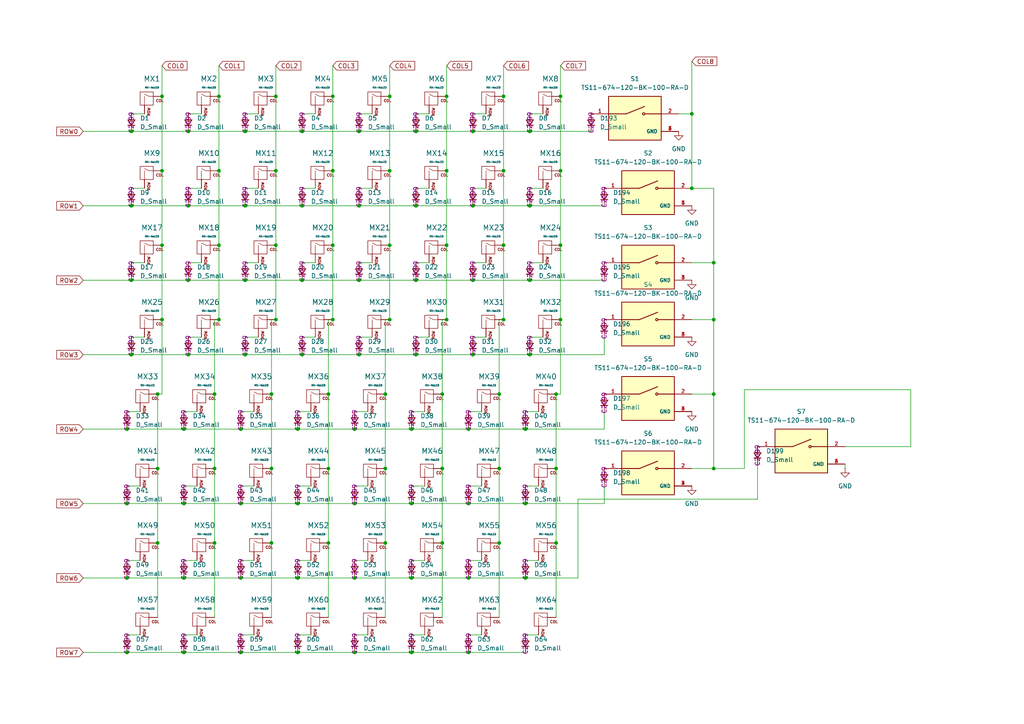
<source format=kicad_sch>
(kicad_sch (version 20250114) (generator "eeschema") (generator_version "9.0")
  (paper "A4")
  (junction (at 113.03 49.53))
  (junction (at 102.87 167.64))
  (junction (at 46.99 27.94))
  (junction (at 46.99 49.53))
  (junction (at 207.01 114.3))
  (junction (at 69.85 124.46))
  (junction (at 102.87 189.23))
  (junction (at 144.78 114.3))
  (junction (at 71.12 81.28))
  (junction (at 96.52 71.12))
  (junction (at 87.63 59.69))
  (junction (at 62.23 114.3))
  (junction (at 78.74 114.3))
  (junction (at 119.38 189.23))
  (junction (at 95.25 114.3))
  (junction (at 78.74 135.89))
  (junction (at 69.85 189.23))
  (junction (at 63.5 27.94))
  (junction (at 162.56 92.71))
  (junction (at 36.83 124.46))
  (junction (at 146.05 71.12))
  (junction (at 63.5 71.12))
  (junction (at 96.52 92.71))
  (junction (at 46.99 92.71))
  (junction (at 95.25 135.89))
  (junction (at 113.03 71.12))
  (junction (at 38.1 102.87))
  (junction (at 78.74 157.48))
  (junction (at 111.76 114.3))
  (junction (at 62.23 157.48))
  (junction (at 120.65 81.28))
  (junction (at 153.67 102.87))
  (junction (at 129.54 27.94))
  (junction (at 86.36 189.23))
  (junction (at 162.56 49.53))
  (junction (at 53.34 167.64))
  (junction (at 144.78 135.89))
  (junction (at 207.01 92.71))
  (junction (at 38.1 81.28))
  (junction (at 87.63 102.87))
  (junction (at 200.66 33.02))
  (junction (at 86.36 167.64))
  (junction (at 161.29 157.48))
  (junction (at 104.14 102.87))
  (junction (at 45.72 135.89))
  (junction (at 152.4 124.46))
  (junction (at 86.36 124.46))
  (junction (at 137.16 81.28))
  (junction (at 137.16 102.87))
  (junction (at 129.54 49.53))
  (junction (at 62.23 135.89))
  (junction (at 146.05 49.53))
  (junction (at 71.12 38.1))
  (junction (at 69.85 146.05))
  (junction (at 162.56 71.12))
  (junction (at 161.29 135.89))
  (junction (at 46.99 71.12))
  (junction (at 53.34 124.46))
  (junction (at 80.01 71.12))
  (junction (at 137.16 59.69))
  (junction (at 161.29 114.3))
  (junction (at 120.65 102.87))
  (junction (at 54.61 81.28))
  (junction (at 113.03 92.71))
  (junction (at 102.87 146.05))
  (junction (at 36.83 146.05))
  (junction (at 36.83 189.23))
  (junction (at 207.01 76.2))
  (junction (at 135.89 146.05))
  (junction (at 153.67 38.1))
  (junction (at 120.65 38.1))
  (junction (at 135.89 124.46))
  (junction (at 119.38 167.64))
  (junction (at 54.61 59.69))
  (junction (at 36.83 167.64))
  (junction (at 95.25 157.48))
  (junction (at 63.5 49.53))
  (junction (at 104.14 59.69))
  (junction (at 104.14 38.1))
  (junction (at 146.05 92.71))
  (junction (at 53.34 146.05))
  (junction (at 152.4 167.64))
  (junction (at 38.1 59.69))
  (junction (at 146.05 27.94))
  (junction (at 119.38 124.46))
  (junction (at 102.87 124.46))
  (junction (at 104.14 81.28))
  (junction (at 162.56 27.94))
  (junction (at 207.01 135.89))
  (junction (at 53.34 189.23))
  (junction (at 153.67 59.69))
  (junction (at 87.63 38.1))
  (junction (at 153.67 81.28))
  (junction (at 128.27 135.89))
  (junction (at 128.27 157.48))
  (junction (at 200.66 54.61))
  (junction (at 69.85 167.64))
  (junction (at 80.01 27.94))
  (junction (at 111.76 135.89))
  (junction (at 63.5 92.71))
  (junction (at 137.16 38.1))
  (junction (at 129.54 92.71))
  (junction (at 71.12 102.87))
  (junction (at 71.12 59.69))
  (junction (at 120.65 59.69))
  (junction (at 54.61 38.1))
  (junction (at 111.76 157.48))
  (junction (at 135.89 189.23))
  (junction (at 119.38 146.05))
  (junction (at 38.1 38.1))
  (junction (at 135.89 167.64))
  (junction (at 129.54 71.12))
  (junction (at 80.01 49.53))
  (junction (at 128.27 114.3))
  (junction (at 54.61 102.87))
  (junction (at 96.52 49.53))
  (junction (at 80.01 92.71))
  (junction (at 96.52 27.94))
  (junction (at 45.72 157.48))
  (junction (at 86.36 146.05))
  (junction (at 87.63 81.28))
  (junction (at 113.03 27.94))
  (junction (at 152.4 146.05))
  (junction (at 45.72 114.3))
  (junction (at 144.78 157.48))
  (wire (pts (xy 53.34 124.46) (xy 69.85 124.46)))
  (wire (pts (xy 175.26 124.46) (xy 175.26 119.38)))
  (wire (pts (xy 53.34 146.05) (xy 69.85 146.05)))
  (wire (pts (xy 78.74 114.3) (xy 78.74 92.71)))
  (wire (pts (xy 62.23 114.3) (xy 62.23 135.89)))
  (wire (pts (xy 167.64 144.78) (xy 167.64 167.64)))
  (wire (pts (xy 146.05 49.53) (xy 146.05 71.12)))
  (wire (pts (xy 161.29 114.3) (xy 161.29 135.89)))
  (wire (pts (xy 207.01 114.3) (xy 200.66 114.3)))
  (wire (pts (xy 135.89 167.64) (xy 152.4 167.64)))
  (wire (pts (xy 95.25 114.3) (xy 95.25 92.71)))
  (wire (pts (xy 86.36 146.05) (xy 102.87 146.05)))
  (wire (pts (xy 87.63 81.28) (xy 104.14 81.28)))
  (wire (pts (xy 102.87 162.56) (xy 106.68 162.56)))
  (wire (pts (xy 120.65 59.69) (xy 137.16 59.69)))
  (wire (pts (xy 153.67 38.1) (xy 171.45 38.1)))
  (wire (pts (xy 45.72 135.89) (xy 45.72 157.48)))
  (wire (pts (xy 119.38 162.56) (xy 123.19 162.56)))
  (wire (pts (xy 120.65 38.1) (xy 137.16 38.1)))
  (wire (pts (xy 45.72 114.3) (xy 46.99 114.3)))
  (wire (pts (xy 215.9 113.03) (xy 264.16 113.03)))
  (wire (pts (xy 207.01 92.71) (xy 200.66 92.71)))
  (wire (pts (xy 153.67 102.87) (xy 175.26 102.87)))
  (wire (pts (xy 54.61 102.87) (xy 71.12 102.87)))
  (wire (pts (xy 78.74 92.71) (xy 80.01 92.71)))
  (wire (pts (xy 104.14 59.69) (xy 120.65 59.69)))
  (wire (pts (xy 54.61 81.28) (xy 71.12 81.28)))
  (wire (pts (xy 71.12 38.1) (xy 87.63 38.1)))
  (wire (pts (xy 62.23 157.48) (xy 62.23 179.07)))
  (wire (pts (xy 137.16 102.87) (xy 153.67 102.87)))
  (wire (pts (xy 153.67 33.02) (xy 157.48 33.02)))
  (wire (pts (xy 119.38 124.46) (xy 135.89 124.46)))
  (wire (pts (xy 200.66 17.78) (xy 200.66 33.02)))
  (wire (pts (xy 86.36 119.38) (xy 90.17 119.38)))
  (wire (pts (xy 196.85 33.02) (xy 200.66 33.02)))
  (wire (pts (xy 102.87 140.97) (xy 106.68 140.97)))
  (wire (pts (xy 119.38 140.97) (xy 123.19 140.97)))
  (wire (pts (xy 54.61 54.61) (xy 58.42 54.61)))
  (wire (pts (xy 54.61 97.79) (xy 58.42 97.79)))
  (wire (pts (xy 95.25 135.89) (xy 95.25 157.48)))
  (wire (pts (xy 207.01 114.3) (xy 207.01 92.71)))
  (wire (pts (xy 137.16 33.02) (xy 140.97 33.02)))
  (wire (pts (xy 24.13 146.05) (xy 36.83 146.05)))
  (wire (pts (xy 135.89 119.38) (xy 139.7 119.38)))
  (wire (pts (xy 69.85 189.23) (xy 86.36 189.23)))
  (wire (pts (xy 120.65 97.79) (xy 124.46 97.79)))
  (wire (pts (xy 102.87 189.23) (xy 119.38 189.23)))
  (wire (pts (xy 78.74 157.48) (xy 78.74 179.07)))
  (wire (pts (xy 119.38 119.38) (xy 123.19 119.38)))
  (wire (pts (xy 63.5 19.05) (xy 63.5 27.94)))
  (wire (pts (xy 95.25 114.3) (xy 95.25 135.89)))
  (wire (pts (xy 144.78 114.3) (xy 144.78 135.89)))
  (wire (pts (xy 87.63 76.2) (xy 91.44 76.2)))
  (wire (pts (xy 111.76 92.71) (xy 113.03 92.71)))
  (wire (pts (xy 162.56 27.94) (xy 162.56 49.53)))
  (wire (pts (xy 38.1 54.61) (xy 41.91 54.61)))
  (wire (pts (xy 102.87 167.64) (xy 119.38 167.64)))
  (wire (pts (xy 264.16 113.03) (xy 264.16 129.54)))
  (wire (pts (xy 113.03 27.94) (xy 113.03 49.53)))
  (wire (pts (xy 207.01 76.2) (xy 200.66 76.2)))
  (wire (pts (xy 111.76 157.48) (xy 111.76 179.07)))
  (wire (pts (xy 69.85 184.15) (xy 73.66 184.15)))
  (wire (pts (xy 62.23 135.89) (xy 62.23 157.48)))
  (wire (pts (xy 71.12 54.61) (xy 74.93 54.61)))
  (wire (pts (xy 162.56 114.3) (xy 162.56 92.71)))
  (wire (pts (xy 53.34 167.64) (xy 69.85 167.64)))
  (wire (pts (xy 129.54 19.05) (xy 129.54 27.94)))
  (wire (pts (xy 153.67 81.28) (xy 175.26 81.28)))
  (wire (pts (xy 162.56 71.12) (xy 162.56 92.71)))
  (wire (pts (xy 87.63 97.79) (xy 91.44 97.79)))
  (wire (pts (xy 113.03 71.12) (xy 113.03 92.71)))
  (wire (pts (xy 200.66 33.02) (xy 200.66 54.61)))
  (wire (pts (xy 152.4 119.38) (xy 156.21 119.38)))
  (wire (pts (xy 96.52 49.53) (xy 96.52 71.12)))
  (wire (pts (xy 135.89 124.46) (xy 152.4 124.46)))
  (wire (pts (xy 69.85 162.56) (xy 73.66 162.56)))
  (wire (pts (xy 128.27 92.71) (xy 129.54 92.71)))
  (wire (pts (xy 24.13 167.64) (xy 36.83 167.64)))
  (wire (pts (xy 38.1 97.79) (xy 41.91 97.79)))
  (wire (pts (xy 62.23 92.71) (xy 63.5 92.71)))
  (wire (pts (xy 46.99 49.53) (xy 46.99 71.12)))
  (wire (pts (xy 63.5 27.94) (xy 63.5 49.53)))
  (wire (pts (xy 162.56 49.53) (xy 162.56 71.12)))
  (wire (pts (xy 36.83 146.05) (xy 53.34 146.05)))
  (wire (pts (xy 207.01 54.61) (xy 200.66 54.61)))
  (wire (pts (xy 111.76 135.89) (xy 111.76 157.48)))
  (wire (pts (xy 36.83 162.56) (xy 40.64 162.56)))
  (wire (pts (xy 111.76 114.3) (xy 111.76 92.71)))
  (wire (pts (xy 219.71 144.78) (xy 219.71 134.62)))
  (wire (pts (xy 113.03 49.53) (xy 113.03 71.12)))
  (wire (pts (xy 207.01 135.89) (xy 215.9 135.89)))
  (wire (pts (xy 152.4 167.64) (xy 167.64 167.64)))
  (wire (pts (xy 128.27 157.48) (xy 128.27 179.07)))
  (wire (pts (xy 129.54 49.53) (xy 129.54 71.12)))
  (wire (pts (xy 104.14 38.1) (xy 120.65 38.1)))
  (wire (pts (xy 120.65 76.2) (xy 124.46 76.2)))
  (wire (pts (xy 80.01 27.94) (xy 80.01 49.53)))
  (wire (pts (xy 104.14 81.28) (xy 120.65 81.28)))
  (wire (pts (xy 152.4 146.05) (xy 175.26 146.05)))
  (wire (pts (xy 87.63 59.69) (xy 104.14 59.69)))
  (wire (pts (xy 137.16 59.69) (xy 153.67 59.69)))
  (wire (pts (xy 53.34 162.56) (xy 57.15 162.56)))
  (wire (pts (xy 128.27 114.3) (xy 128.27 92.71)))
  (wire (pts (xy 86.36 124.46) (xy 102.87 124.46)))
  (wire (pts (xy 144.78 92.71) (xy 146.05 92.71)))
  (wire (pts (xy 128.27 114.3) (xy 128.27 135.89)))
  (wire (pts (xy 144.78 157.48) (xy 144.78 179.07)))
  (wire (pts (xy 207.01 135.89) (xy 207.01 114.3)))
  (wire (pts (xy 80.01 49.53) (xy 80.01 71.12)))
  (wire (pts (xy 71.12 97.79) (xy 74.93 97.79)))
  (wire (pts (xy 104.14 33.02) (xy 107.95 33.02)))
  (wire (pts (xy 200.66 135.89) (xy 207.01 135.89)))
  (wire (pts (xy 36.83 119.38) (xy 40.64 119.38)))
  (wire (pts (xy 119.38 184.15) (xy 123.19 184.15)))
  (wire (pts (xy 69.85 124.46) (xy 86.36 124.46)))
  (wire (pts (xy 45.72 114.3) (xy 45.72 135.89)))
  (wire (pts (xy 104.14 97.79) (xy 107.95 97.79)))
  (wire (pts (xy 54.61 33.02) (xy 58.42 33.02)))
  (wire (pts (xy 152.4 184.15) (xy 156.21 184.15)))
  (wire (pts (xy 152.4 124.46) (xy 175.26 124.46)))
  (wire (pts (xy 162.56 19.05) (xy 162.56 27.94)))
  (wire (pts (xy 54.61 38.1) (xy 71.12 38.1)))
  (wire (pts (xy 86.36 140.97) (xy 90.17 140.97)))
  (wire (pts (xy 46.99 27.94) (xy 46.99 49.53)))
  (wire (pts (xy 146.05 27.94) (xy 146.05 49.53)))
  (wire (pts (xy 119.38 189.23) (xy 135.89 189.23)))
  (wire (pts (xy 38.1 59.69) (xy 54.61 59.69)))
  (wire (pts (xy 96.52 19.05) (xy 96.52 27.94)))
  (wire (pts (xy 86.36 189.23) (xy 102.87 189.23)))
  (wire (pts (xy 38.1 38.1) (xy 54.61 38.1)))
  (wire (pts (xy 135.89 140.97) (xy 139.7 140.97)))
  (wire (pts (xy 38.1 33.02) (xy 41.91 33.02)))
  (wire (pts (xy 46.99 19.05) (xy 46.99 27.94)))
  (wire (pts (xy 53.34 189.23) (xy 69.85 189.23)))
  (wire (pts (xy 161.29 114.3) (xy 162.56 114.3)))
  (wire (pts (xy 71.12 33.02) (xy 74.93 33.02)))
  (wire (pts (xy 62.23 114.3) (xy 62.23 92.71)))
  (wire (pts (xy 87.63 38.1) (xy 104.14 38.1)))
  (wire (pts (xy 36.83 167.64) (xy 53.34 167.64)))
  (wire (pts (xy 245.11 135.89) (xy 245.11 134.62)))
  (wire (pts (xy 245.11 129.54) (xy 264.16 129.54)))
  (wire (pts (xy 36.83 184.15) (xy 40.64 184.15)))
  (wire (pts (xy 71.12 59.69) (xy 87.63 59.69)))
  (wire (pts (xy 144.78 114.3) (xy 144.78 92.71)))
  (wire (pts (xy 207.01 92.71) (xy 207.01 76.2)))
  (wire (pts (xy 96.52 27.94) (xy 96.52 49.53)))
  (wire (pts (xy 120.65 81.28) (xy 137.16 81.28)))
  (wire (pts (xy 161.29 157.48) (xy 161.29 179.07)))
  (wire (pts (xy 87.63 33.02) (xy 91.44 33.02)))
  (wire (pts (xy 104.14 76.2) (xy 107.95 76.2)))
  (wire (pts (xy 120.65 54.61) (xy 124.46 54.61)))
  (wire (pts (xy 69.85 140.97) (xy 73.66 140.97)))
  (wire (pts (xy 119.38 167.64) (xy 135.89 167.64)))
  (wire (pts (xy 78.74 135.89) (xy 78.74 157.48)))
  (wire (pts (xy 69.85 167.64) (xy 86.36 167.64)))
  (wire (pts (xy 78.74 114.3) (xy 78.74 135.89)))
  (wire (pts (xy 69.85 119.38) (xy 73.66 119.38)))
  (wire (pts (xy 63.5 49.53) (xy 63.5 71.12)))
  (wire (pts (xy 86.36 162.56) (xy 90.17 162.56)))
  (wire (pts (xy 152.4 140.97) (xy 156.21 140.97)))
  (wire (pts (xy 96.52 71.12) (xy 96.52 92.71)))
  (wire (pts (xy 129.54 27.94) (xy 129.54 49.53)))
  (wire (pts (xy 24.13 189.23) (xy 36.83 189.23)))
  (wire (pts (xy 46.99 71.12) (xy 46.99 92.71)))
  (wire (pts (xy 36.83 124.46) (xy 53.34 124.46)))
  (wire (pts (xy 102.87 119.38) (xy 106.68 119.38)))
  (wire (pts (xy 86.36 184.15) (xy 90.17 184.15)))
  (wire (pts (xy 71.12 76.2) (xy 74.93 76.2)))
  (wire (pts (xy 146.05 71.12) (xy 146.05 92.71)))
  (wire (pts (xy 86.36 167.64) (xy 102.87 167.64)))
  (wire (pts (xy 120.65 33.02) (xy 124.46 33.02)))
  (wire (pts (xy 38.1 81.28) (xy 54.61 81.28)))
  (wire (pts (xy 161.29 135.89) (xy 161.29 157.48)))
  (wire (pts (xy 36.83 140.97) (xy 40.64 140.97)))
  (wire (pts (xy 153.67 97.79) (xy 157.48 97.79)))
  (wire (pts (xy 87.63 102.87) (xy 104.14 102.87)))
  (wire (pts (xy 71.12 81.28) (xy 87.63 81.28)))
  (wire (pts (xy 137.16 38.1) (xy 153.67 38.1)))
  (wire (pts (xy 111.76 114.3) (xy 111.76 135.89)))
  (wire (pts (xy 24.13 38.1) (xy 38.1 38.1)))
  (wire (pts (xy 54.61 76.2) (xy 58.42 76.2)))
  (wire (pts (xy 69.85 146.05) (xy 86.36 146.05)))
  (wire (pts (xy 38.1 102.87) (xy 54.61 102.87)))
  (wire (pts (xy 144.78 135.89) (xy 144.78 157.48)))
  (wire (pts (xy 119.38 146.05) (xy 135.89 146.05)))
  (wire (pts (xy 102.87 124.46) (xy 119.38 124.46)))
  (wire (pts (xy 137.16 54.61) (xy 140.97 54.61)))
  (wire (pts (xy 104.14 102.87) (xy 120.65 102.87)))
  (wire (pts (xy 53.34 140.97) (xy 57.15 140.97)))
  (wire (pts (xy 38.1 76.2) (xy 41.91 76.2)))
  (wire (pts (xy 80.01 71.12) (xy 80.01 92.71)))
  (wire (pts (xy 95.25 92.71) (xy 96.52 92.71)))
  (wire (pts (xy 63.5 71.12) (xy 63.5 92.71)))
  (wire (pts (xy 207.01 76.2) (xy 207.01 54.61)))
  (wire (pts (xy 215.9 135.89) (xy 215.9 113.03)))
  (wire (pts (xy 175.26 146.05) (xy 175.26 140.97)))
  (wire (pts (xy 137.16 81.28) (xy 153.67 81.28)))
  (wire (pts (xy 135.89 184.15) (xy 139.7 184.15)))
  (wire (pts (xy 128.27 135.89) (xy 128.27 157.48)))
  (wire (pts (xy 175.26 102.87) (xy 175.26 97.79)))
  (wire (pts (xy 95.25 157.48) (xy 95.25 179.07)))
  (wire (pts (xy 113.03 19.05) (xy 113.03 27.94)))
  (wire (pts (xy 45.72 157.48) (xy 45.72 179.07)))
  (wire (pts (xy 36.83 189.23) (xy 53.34 189.23)))
  (wire (pts (xy 80.01 19.05) (xy 80.01 27.94)))
  (wire (pts (xy 153.67 54.61) (xy 157.48 54.61)))
  (wire (pts (xy 120.65 102.87) (xy 137.16 102.87)))
  (wire (pts (xy 135.89 146.05) (xy 152.4 146.05)))
  (wire (pts (xy 71.12 102.87) (xy 87.63 102.87)))
  (wire (pts (xy 104.14 54.61) (xy 107.95 54.61)))
  (wire (pts (xy 24.13 102.87) (xy 38.1 102.87)))
  (wire (pts (xy 24.13 124.46) (xy 36.83 124.46)))
  (wire (pts (xy 167.64 144.78) (xy 219.71 144.78)))
  (wire (pts (xy 153.67 59.69) (xy 175.26 59.69)))
  (wire (pts (xy 137.16 76.2) (xy 140.97 76.2)))
  (wire (pts (xy 152.4 162.56) (xy 156.21 162.56)))
  (wire (pts (xy 53.34 119.38) (xy 57.15 119.38)))
  (wire (pts (xy 46.99 92.71) (xy 46.99 114.3)))
  (wire (pts (xy 24.13 59.69) (xy 38.1 59.69)))
  (wire (pts (xy 24.13 81.28) (xy 38.1 81.28)))
  (wire (pts (xy 54.61 59.69) (xy 71.12 59.69)))
  (wire (pts (xy 102.87 184.15) (xy 106.68 184.15)))
  (wire (pts (xy 102.87 146.05) (xy 119.38 146.05)))
  (wire (pts (xy 137.16 97.79) (xy 140.97 97.79)))
  (wire (pts (xy 135.89 162.56) (xy 139.7 162.56)))
  (wire (pts (xy 146.05 19.05) (xy 146.05 27.94)))
  (wire (pts (xy 87.63 54.61) (xy 91.44 54.61)))
  (wire (pts (xy 129.54 71.12) (xy 129.54 92.71)))
  (wire (pts (xy 53.34 184.15) (xy 57.15 184.15)))
  (wire (pts (xy 153.67 76.2) (xy 157.48 76.2)))
  (wire (pts (xy 135.89 189.23) (xy 152.4 189.23)))
  (global_label "COL7" (shape input) (at 162.56 19.05 0) (property "Intersheetrefs" "${INTERSHEET_REFS}" (effects (hide yes))))
  (global_label "COL4" (shape input) (at 113.03 19.05 0) (property "Intersheetrefs" "${INTERSHEET_REFS}" (effects (hide yes))))
  (global_label "ROW3" (shape input) (at 24.13 102.87 180) (property "Intersheetrefs" "${INTERSHEET_REFS}" (effects (hide yes))))
  (global_label "ROW1" (shape input) (at 24.13 59.69 180) (property "Intersheetrefs" "${INTERSHEET_REFS}" (effects (hide yes))))
  (global_label "ROW4" (shape input) (at 24.13 124.46 180) (property "Intersheetrefs" "${INTERSHEET_REFS}" (effects (hide yes))))
  (global_label "ROW0" (shape input) (at 24.13 38.1 180) (property "Intersheetrefs" "${INTERSHEET_REFS}" (effects (hide yes))))
  (global_label "COL8" (shape input) (at 200.66 17.78 0) (property "Intersheetrefs" "${INTERSHEET_REFS}" (effects (hide yes))))
  (global_label "ROW2" (shape input) (at 24.13 81.28 180) (property "Intersheetrefs" "${INTERSHEET_REFS}" (effects (hide yes))))
  (global_label "ROW5" (shape input) (at 24.13 146.05 180) (property "Intersheetrefs" "${INTERSHEET_REFS}" (effects (hide yes))))
  (global_label "COL2" (shape input) (at 80.01 19.05 0) (property "Intersheetrefs" "${INTERSHEET_REFS}" (effects (hide yes))))
  (global_label "ROW7" (shape input) (at 24.13 189.23 180) (property "Intersheetrefs" "${INTERSHEET_REFS}" (effects (hide yes))))
  (global_label "COL5" (shape input) (at 129.54 19.05 0) (property "Intersheetrefs" "${INTERSHEET_REFS}" (effects (hide yes))))
  (global_label "COL0" (shape input) (at 46.99 19.05 0) (property "Intersheetrefs" "${INTERSHEET_REFS}" (effects (hide yes))))
  (global_label "ROW6" (shape input) (at 24.13 167.64 180) (property "Intersheetrefs" "${INTERSHEET_REFS}" (effects (hide yes))))
  (global_label "COL6" (shape input) (at 146.05 19.05 0) (property "Intersheetrefs" "${INTERSHEET_REFS}" (effects (hide yes))))
  (global_label "COL3" (shape input) (at 96.52 19.05 0) (property "Intersheetrefs" "${INTERSHEET_REFS}" (effects (hide yes))))
  (global_label "COL1" (shape input) (at 63.5 19.05 0) (property "Intersheetrefs" "${INTERSHEET_REFS}" (effects (hide yes))))
  (symbol (lib_id "Device:D_Small") (at 53.34 165.1 90) (unit 1)
    (property "Reference" "D50" (at 55.88 163.8299 90) (effects (justify right)))
    (property "Value" "D_Small" (at 55.88 166.3699 90) (effects (justify right)))
    (property "Footprint" "Diode_SMD:D_SOD-123-notxt" (effects (hide yes)))
    (property "Description" "Diode, small symbol" (effects (hide yes)))
    (property "Sim.Device" "D" (effects (hide yes)))
    (property "Sim.Pins" "1=K 2=A" (effects (hide yes)))
    (property "JLCPCB Part" "C2099" (at 53.34 165.1 0))
  )
  (symbol (lib_id "MX_Alps_Hybrid:MX-NoLED") (at 158.75 50.8 0) (unit 1) (in_bom no)
    (property "Reference" "MX16" (at 159.6452 44.45 0) (effects (font (size 1.524 1.524))))
    (property "Value" "MX-NoLED" (at 159.6452 46.99 0) (effects (font (size 0.508 0.508))))
    (property "Footprint" "Arcade_Switch:MM9-3-AU-withbutton-notxt" (effects (hide yes)))
  )
  (symbol (lib_id "Device:D_Small") (at 137.16 57.15 90) (unit 1)
    (property "Reference" "D15" (at 139.7 55.8799 90) (effects (justify right)))
    (property "Value" "D_Small" (at 139.7 58.4199 90) (effects (justify right)))
    (property "Footprint" "Diode_SMD:D_SOD-123-notxt" (effects (hide yes)))
    (property "Description" "Diode, small symbol" (effects (hide yes)))
    (property "Sim.Device" "D" (effects (hide yes)))
    (property "Sim.Pins" "1=K 2=A" (effects (hide yes)))
    (property "JLCPCB Part" "C2099" (at 137.16 57.15 0))
  )
  (symbol (lib_id "Device:D_Small") (at 120.65 57.15 90) (unit 1)
    (property "Reference" "D14" (at 123.19 55.8799 90) (effects (justify right)))
    (property "Value" "D_Small" (at 123.19 58.4199 90) (effects (justify right)))
    (property "Footprint" "Diode_SMD:D_SOD-123-notxt" (effects (hide yes)))
    (property "Description" "Diode, small symbol" (effects (hide yes)))
    (property "Sim.Device" "D" (effects (hide yes)))
    (property "Sim.Pins" "1=K 2=A" (effects (hide yes)))
    (property "JLCPCB Part" "C2099" (at 120.65 57.15 0))
  )
  (symbol (lib_id "MX_Alps_Hybrid:MX-NoLED") (at 76.2 50.8 0) (unit 1) (in_bom no)
    (property "Reference" "MX11" (at 77.0952 44.45 0) (effects (font (size 1.524 1.524))))
    (property "Value" "MX-NoLED" (at 77.0952 46.99 0) (effects (font (size 0.508 0.508))))
    (property "Footprint" "Arcade_Switch:MM9-3-AU-withbutton-notxt" (effects (hide yes)))
  )
  (symbol (lib_id "MX_Alps_Hybrid:MX-NoLED") (at 124.46 158.75 0) (unit 1) (in_bom no)
    (property "Reference" "MX54" (at 125.3552 152.4 0) (effects (font (size 1.524 1.524))))
    (property "Value" "MX-NoLED" (at 125.3552 154.94 0) (effects (font (size 0.508 0.508))))
    (property "Footprint" "Arcade_Switch:MM9-3-AU-withbutton-notxt" (effects (hide yes)))
  )
  (symbol (lib_id "MX_Alps_Hybrid:MX-NoLED") (at 59.69 93.98 0) (unit 1) (in_bom no)
    (property "Reference" "MX26" (at 60.5852 87.63 0) (effects (font (size 1.524 1.524))))
    (property "Value" "MX-NoLED" (at 60.5852 90.17 0) (effects (font (size 0.508 0.508))))
    (property "Footprint" "Arcade_Switch:MM9-3-AU-withbutton-notxt" (effects (hide yes)))
  )
  (symbol (lib_id "MX_Alps_Hybrid:MX-NoLED") (at 158.75 29.21 0) (unit 1) (in_bom no)
    (property "Reference" "MX8" (at 159.6452 22.86 0) (effects (font (size 1.524 1.524))))
    (property "Value" "MX-NoLED" (at 159.6452 25.4 0) (effects (font (size 0.508 0.508))))
    (property "Footprint" "Arcade_Switch:MM9-3-AU-withbutton-notxt" (effects (hide yes)))
  )
  (symbol (lib_id "Device:D_Small") (at 38.1 100.33 90) (unit 1)
    (property "Reference" "D25" (at 40.64 99.0599 90) (effects (justify right)))
    (property "Value" "D_Small" (at 40.64 101.5999 90) (effects (justify right)))
    (property "Footprint" "Diode_SMD:D_SOD-123-notxt" (effects (hide yes)))
    (property "Description" "Diode, small symbol" (effects (hide yes)))
    (property "Sim.Device" "D" (effects (hide yes)))
    (property "Sim.Pins" "1=K 2=A" (effects (hide yes)))
    (property "JLCPCB Part" "C2099" (at 38.1 100.33 0))
  )
  (symbol (lib_id "Device:D_Small") (at 153.67 57.15 90) (unit 1)
    (property "Reference" "D16" (at 156.21 55.8799 90) (effects (justify right)))
    (property "Value" "D_Small" (at 156.21 58.4199 90) (effects (justify right)))
    (property "Footprint" "Diode_SMD:D_SOD-123-notxt" (effects (hide yes)))
    (property "Description" "Diode, small symbol" (effects (hide yes)))
    (property "Sim.Device" "D" (effects (hide yes)))
    (property "Sim.Pins" "1=K 2=A" (effects (hide yes)))
    (property "JLCPCB Part" "C2099" (at 153.67 57.15 0))
  )
  (symbol (lib_id "TS11-674-120-BK-100-RA-D:TS11-674-120-BK-100-RA-D") (at 187.96 116.84 0) (unit 1) (in_bom no)
    (property "Reference" "S5" (at 187.96 104.14 0))
    (property "Value" "TS11-674-120-BK-100-RA-D" (at 187.96 106.68 0))
    (property "Footprint" "TS11-674-120-BK-100-RA-D:SW_TS11-674-120-BK-100-RA-D-notxt" (effects (hide yes)))
    (property "MF" "Same Sky" (effects (hide yes)))
    (property "MAXIMUM_PACKAGE_HEIGHT" "6 mm" (effects (hide yes)))
    (property "Package" "None" (effects (hide yes)))
    (property "Price" "None" (effects (hide yes)))
    (property "Check_prices" "https://www.snapeda.com/parts/TS11-674-120-BK-100-RA-D/Same+Sky/view-part/?ref=eda" (effects (hide yes)))
    (property "STANDARD" "Manufacturer Recommendations" (effects (hide yes)))
    (property "PARTREV" "1.01" (effects (hide yes)))
    (property "SnapEDA_Link" "https://www.snapeda.com/parts/TS11-674-120-BK-100-RA-D/Same+Sky/view-part/?ref=snap" (effects (hide yes)))
    (property "MP" "TS11-674-120-BK-100-RA-D" (effects (hide yes)))
    (property "Description_1" "6 x 7.4 mm, 12 mm Actuator Height, 100 gf, Black, Right Angle, Through Hole, SPST, Tactile Switch" (effects (hide yes)))
    (property "Availability" "In Stock" (effects (hide yes)))
    (property "MANUFACTURER" "CUI Devices" (effects (hide yes)))
  )
  (symbol (lib_id "MX_Alps_Hybrid:MX-NoLED") (at 109.22 72.39 0) (unit 1) (in_bom no)
    (property "Reference" "MX21" (at 110.1152 66.04 0) (effects (font (size 1.524 1.524))))
    (property "Value" "MX-NoLED" (at 110.1152 68.58 0) (effects (font (size 0.508 0.508))))
    (property "Footprint" "Arcade_Switch:MM9-3-AU-withbutton-notxt" (effects (hide yes)))
  )
  (symbol (lib_id "TS11-674-120-BK-100-RA-D:TS11-674-120-BK-100-RA-D") (at 232.41 132.08 0) (unit 1) (in_bom no)
    (property "Reference" "S7" (at 232.41 119.38 0))
    (property "Value" "TS11-674-120-BK-100-RA-D" (at 232.41 121.92 0))
    (property "Footprint" "TS11-674-120-BK-100-RA-D:SW_TS11-674-120-BK-100-RA-D-notxt" (effects (hide yes)))
    (property "MF" "Same Sky" (effects (hide yes)))
    (property "MAXIMUM_PACKAGE_HEIGHT" "6 mm" (effects (hide yes)))
    (property "Package" "None" (effects (hide yes)))
    (property "Price" "None" (effects (hide yes)))
    (property "Check_prices" "https://www.snapeda.com/parts/TS11-674-120-BK-100-RA-D/Same+Sky/view-part/?ref=eda" (effects (hide yes)))
    (property "STANDARD" "Manufacturer Recommendations" (effects (hide yes)))
    (property "PARTREV" "1.01" (effects (hide yes)))
    (property "SnapEDA_Link" "https://www.snapeda.com/parts/TS11-674-120-BK-100-RA-D/Same+Sky/view-part/?ref=snap" (effects (hide yes)))
    (property "MP" "TS11-674-120-BK-100-RA-D" (effects (hide yes)))
    (property "Description_1" "6 x 7.4 mm, 12 mm Actuator Height, 100 gf, Black, Right Angle, Through Hole, SPST, Tactile Switch" (effects (hide yes)))
    (property "Availability" "In Stock" (effects (hide yes)))
    (property "MANUFACTURER" "CUI Devices" (effects (hide yes)))
  )
  (symbol (lib_id "MX_Alps_Hybrid:MX-NoLED") (at 109.22 29.21 0) (unit 1) (in_bom no)
    (property "Reference" "MX5" (at 110.1152 22.86 0) (effects (font (size 1.524 1.524))))
    (property "Value" "MX-NoLED" (at 110.1152 25.4 0) (effects (font (size 0.508 0.508))))
    (property "Footprint" "Arcade_Switch:MM9-3-AU-withbutton-notxt" (effects (hide yes)))
  )
  (symbol (lib_id "Device:D_Small") (at 36.83 143.51 90) (unit 1)
    (property "Reference" "D41" (at 39.37 142.2399 90) (effects (justify right)))
    (property "Value" "D_Small" (at 39.37 144.7799 90) (effects (justify right)))
    (property "Footprint" "Diode_SMD:D_SOD-123-notxt" (effects (hide yes)))
    (property "Description" "Diode, small symbol" (effects (hide yes)))
    (property "Sim.Device" "D" (effects (hide yes)))
    (property "Sim.Pins" "1=K 2=A" (effects (hide yes)))
    (property "JLCPCB Part" "C2099" (at 36.83 143.51 0))
  )
  (symbol (lib_id "MX_Alps_Hybrid:MX-NoLED") (at 43.18 29.21 0) (unit 1) (in_bom no)
    (property "Reference" "MX1" (at 44.0752 22.86 0) (effects (font (size 1.524 1.524))))
    (property "Value" "MX-NoLED" (at 44.0752 25.4 0) (effects (font (size 0.508 0.508))))
    (property "Footprint" "Arcade_Switch:MM9-3-AU-withbutton-notxt" (effects (hide yes)))
  )
  (symbol (lib_id "MX_Alps_Hybrid:MX-NoLED") (at 58.42 158.75 0) (unit 1) (in_bom no)
    (property "Reference" "MX50" (at 59.3152 152.4 0) (effects (font (size 1.524 1.524))))
    (property "Value" "MX-NoLED" (at 59.3152 154.94 0) (effects (font (size 0.508 0.508))))
    (property "Footprint" "Arcade_Switch:MM9-3-AU-withbutton-notxt" (effects (hide yes)))
  )
  (symbol (lib_id "MX_Alps_Hybrid:MX-NoLED") (at 91.44 158.75 0) (unit 1) (in_bom no)
    (property "Reference" "MX52" (at 92.3352 152.4 0) (effects (font (size 1.524 1.524))))
    (property "Value" "MX-NoLED" (at 92.3352 154.94 0) (effects (font (size 0.508 0.508))))
    (property "Footprint" "Arcade_Switch:MM9-3-AU-withbutton-notxt" (effects (hide yes)))
  )
  (symbol (lib_id "MX_Alps_Hybrid:MX-NoLED") (at 91.44 137.16 0) (unit 1) (in_bom no)
    (property "Reference" "MX44" (at 92.3352 130.81 0) (effects (font (size 1.524 1.524))))
    (property "Value" "MX-NoLED" (at 92.3352 133.35 0) (effects (font (size 0.508 0.508))))
    (property "Footprint" "Arcade_Switch:MM9-3-AU-withbutton-notxt" (effects (hide yes)))
  )
  (symbol (lib_id "MX_Alps_Hybrid:MX-NoLED") (at 59.69 50.8 0) (unit 1) (in_bom no)
    (property "Reference" "MX10" (at 60.5852 44.45 0) (effects (font (size 1.524 1.524))))
    (property "Value" "MX-NoLED" (at 60.5852 46.99 0) (effects (font (size 0.508 0.508))))
    (property "Footprint" "Arcade_Switch:MM9-3-AU-withbutton-notxt" (effects (hide yes)))
  )
  (symbol (lib_id "Device:D_Small") (at 137.16 78.74 90) (unit 1)
    (property "Reference" "D23" (at 139.7 77.4699 90) (effects (justify right)))
    (property "Value" "D_Small" (at 139.7 80.0099 90) (effects (justify right)))
    (property "Footprint" "Diode_SMD:D_SOD-123-notxt" (effects (hide yes)))
    (property "Description" "Diode, small symbol" (effects (hide yes)))
    (property "Sim.Device" "D" (effects (hide yes)))
    (property "Sim.Pins" "1=K 2=A" (effects (hide yes)))
    (property "JLCPCB Part" "C2099" (at 137.16 78.74 0))
  )
  (symbol (lib_id "MX_Alps_Hybrid:MX-NoLED") (at 158.75 72.39 0) (unit 1) (in_bom no)
    (property "Reference" "MX24" (at 159.6452 66.04 0) (effects (font (size 1.524 1.524))))
    (property "Value" "MX-NoLED" (at 159.6452 68.58 0) (effects (font (size 0.508 0.508))))
    (property "Footprint" "Arcade_Switch:MM9-3-AU-withbutton-notxt" (effects (hide yes)))
  )
  (symbol (lib_id "MX_Alps_Hybrid:MX-NoLED") (at 109.22 93.98 0) (unit 1) (in_bom no)
    (property "Reference" "MX29" (at 110.1152 87.63 0) (effects (font (size 1.524 1.524))))
    (property "Value" "MX-NoLED" (at 110.1152 90.17 0) (effects (font (size 0.508 0.508))))
    (property "Footprint" "Arcade_Switch:MM9-3-AU-withbutton-notxt" (effects (hide yes)))
  )
  (symbol (lib_id "Device:D_Small") (at 36.83 121.92 90) (unit 1)
    (property "Reference" "D33" (at 39.37 120.6499 90) (effects (justify right)))
    (property "Value" "D_Small" (at 39.37 123.1899 90) (effects (justify right)))
    (property "Footprint" "Diode_SMD:D_SOD-123-notxt" (effects (hide yes)))
    (property "Description" "Diode, small symbol" (effects (hide yes)))
    (property "Sim.Device" "D" (effects (hide yes)))
    (property "Sim.Pins" "1=K 2=A" (effects (hide yes)))
    (property "JLCPCB Part" "C2099" (at 36.83 121.92 0))
  )
  (symbol (lib_id "MX_Alps_Hybrid:MX-NoLED") (at 124.46 180.34 0) (unit 1) (in_bom no)
    (property "Reference" "MX62" (at 125.3552 173.99 0) (effects (font (size 1.524 1.524))))
    (property "Value" "MX-NoLED" (at 125.3552 176.53 0) (effects (font (size 0.508 0.508))))
    (property "Footprint" "Arcade_Switch:MM9-3-AU-withbutton-notxt" (effects (hide yes)))
  )
  (symbol (lib_id "MX_Alps_Hybrid:MX-NoLED") (at 43.18 72.39 0) (unit 1) (in_bom no)
    (property "Reference" "MX17" (at 44.0752 66.04 0) (effects (font (size 1.524 1.524))))
    (property "Value" "MX-NoLED" (at 44.0752 68.58 0) (effects (font (size 0.508 0.508))))
    (property "Footprint" "Arcade_Switch:MM9-3-AU-withbutton-notxt" (effects (hide yes)))
  )
  (symbol (lib_id "Device:D_Small") (at 36.83 165.1 90) (unit 1)
    (property "Reference" "D49" (at 39.37 163.8299 90) (effects (justify right)))
    (property "Value" "D_Small" (at 39.37 166.3699 90) (effects (justify right)))
    (property "Footprint" "Diode_SMD:D_SOD-123-notxt" (effects (hide yes)))
    (property "Description" "Diode, small symbol" (effects (hide yes)))
    (property "Sim.Device" "D" (effects (hide yes)))
    (property "Sim.Pins" "1=K 2=A" (effects (hide yes)))
    (property "JLCPCB Part" "C2099" (at 36.83 165.1 0))
  )
  (symbol (lib_id "MX_Alps_Hybrid:MX-NoLED") (at 74.93 158.75 0) (unit 1) (in_bom no)
    (property "Reference" "MX51" (at 75.8252 152.4 0) (effects (font (size 1.524 1.524))))
    (property "Value" "MX-NoLED" (at 75.8252 154.94 0) (effects (font (size 0.508 0.508))))
    (property "Footprint" "Arcade_Switch:MM9-3-AU-withbutton-notxt" (effects (hide yes)))
  )
  (symbol (lib_id "Device:D_Small") (at 152.4 186.69 90) (unit 1)
    (property "Reference" "D64" (at 154.94 185.4199 90) (effects (justify right)))
    (property "Value" "D_Small" (at 154.94 187.9599 90) (effects (justify right)))
    (property "Footprint" "Diode_SMD:D_SOD-123-notxt" (effects (hide yes)))
    (property "Description" "Diode, small symbol" (effects (hide yes)))
    (property "Sim.Device" "D" (effects (hide yes)))
    (property "Sim.Pins" "1=K 2=A" (effects (hide yes)))
    (property "JLCPCB Part" "C2099" (at 152.4 186.69 0))
  )
  (symbol (lib_id "MX_Alps_Hybrid:MX-NoLED") (at 58.42 115.57 0) (unit 1) (in_bom no)
    (property "Reference" "MX34" (at 59.3152 109.22 0) (effects (font (size 1.524 1.524))))
    (property "Value" "MX-NoLED" (at 59.3152 111.76 0) (effects (font (size 0.508 0.508))))
    (property "Footprint" "Arcade_Switch:MM9-3-AU-withbutton-notxt" (effects (hide yes)))
  )
  (symbol (lib_id "Device:D_Small") (at 119.38 165.1 90) (unit 1)
    (property "Reference" "D54" (at 121.92 163.8299 90) (effects (justify right)))
    (property "Value" "D_Small" (at 121.92 166.3699 90) (effects (justify right)))
    (property "Footprint" "Diode_SMD:D_SOD-123-notxt" (effects (hide yes)))
    (property "Description" "Diode, small symbol" (effects (hide yes)))
    (property "Sim.Device" "D" (effects (hide yes)))
    (property "Sim.Pins" "1=K 2=A" (effects (hide yes)))
    (property "JLCPCB Part" "C2099" (at 119.38 165.1 0))
  )
  (symbol (lib_id "power:GND") (at 245.11 135.89 0) (unit 1)
    (property "Reference" "#PWR038" (effects (hide yes)))
    (property "Value" "GND" (at 245.11 140.97 0))
    (property "Description" "Power symbol creates a global label with name \"GND\" , ground" (effects (hide yes)))
  )
  (symbol (lib_id "Device:D_Small") (at 71.12 100.33 90) (unit 1)
    (property "Reference" "D27" (at 73.66 99.0599 90) (effects (justify right)))
    (property "Value" "D_Small" (at 73.66 101.5999 90) (effects (justify right)))
    (property "Footprint" "Diode_SMD:D_SOD-123-notxt" (effects (hide yes)))
    (property "Description" "Diode, small symbol" (effects (hide yes)))
    (property "Sim.Device" "D" (effects (hide yes)))
    (property "Sim.Pins" "1=K 2=A" (effects (hide yes)))
    (property "JLCPCB Part" "C2099" (at 71.12 100.33 0))
  )
  (symbol (lib_id "Device:D_Small") (at 102.87 165.1 90) (unit 1)
    (property "Reference" "D53" (at 105.41 163.8299 90) (effects (justify right)))
    (property "Value" "D_Small" (at 105.41 166.3699 90) (effects (justify right)))
    (property "Footprint" "Diode_SMD:D_SOD-123-notxt" (effects (hide yes)))
    (property "Description" "Diode, small symbol" (effects (hide yes)))
    (property "Sim.Device" "D" (effects (hide yes)))
    (property "Sim.Pins" "1=K 2=A" (effects (hide yes)))
    (property "JLCPCB Part" "C2099" (at 102.87 165.1 0))
  )
  (symbol (lib_id "MX_Alps_Hybrid:MX-NoLED") (at 107.95 180.34 0) (unit 1) (in_bom no)
    (property "Reference" "MX61" (at 108.8452 173.99 0) (effects (font (size 1.524 1.524))))
    (property "Value" "MX-NoLED" (at 108.8452 176.53 0) (effects (font (size 0.508 0.508))))
    (property "Footprint" "Arcade_Switch:MM9-3-AU-withbutton-notxt" (effects (hide yes)))
  )
  (symbol (lib_id "Device:D_Small") (at 119.38 186.69 90) (unit 1)
    (property "Reference" "D62" (at 121.92 185.4199 90) (effects (justify right)))
    (property "Value" "D_Small" (at 121.92 187.9599 90) (effects (justify right)))
    (property "Footprint" "Diode_SMD:D_SOD-123-notxt" (effects (hide yes)))
    (property "Description" "Diode, small symbol" (effects (hide yes)))
    (property "Sim.Device" "D" (effects (hide yes)))
    (property "Sim.Pins" "1=K 2=A" (effects (hide yes)))
    (property "JLCPCB Part" "C2099" (at 119.38 186.69 0))
  )
  (symbol (lib_id "Device:D_Small") (at 171.45 35.56 90) (unit 1)
    (property "Reference" "D193" (at 173.99 34.2899 90) (effects (justify right)))
    (property "Value" "D_Small" (at 173.99 36.8299 90) (effects (justify right)))
    (property "Footprint" "Diode_SMD:D_SOD-123-notxt" (effects (hide yes)))
    (property "Description" "Diode, small symbol" (effects (hide yes)))
    (property "Sim.Device" "D" (effects (hide yes)))
    (property "Sim.Pins" "1=K 2=A" (effects (hide yes)))
    (property "JLCPCB Part" "C2099" (at 171.45 35.56 0))
  )
  (symbol (lib_id "Device:D_Small") (at 86.36 143.51 90) (unit 1)
    (property "Reference" "D44" (at 88.9 142.2399 90) (effects (justify right)))
    (property "Value" "D_Small" (at 88.9 144.7799 90) (effects (justify right)))
    (property "Footprint" "Diode_SMD:D_SOD-123-notxt" (effects (hide yes)))
    (property "Description" "Diode, small symbol" (effects (hide yes)))
    (property "Sim.Device" "D" (effects (hide yes)))
    (property "Sim.Pins" "1=K 2=A" (effects (hide yes)))
    (property "JLCPCB Part" "C2099" (at 86.36 143.51 0))
  )
  (symbol (lib_id "Device:D_Small") (at 102.87 186.69 90) (unit 1)
    (property "Reference" "D61" (at 105.41 185.4199 90) (effects (justify right)))
    (property "Value" "D_Small" (at 105.41 187.9599 90) (effects (justify right)))
    (property "Footprint" "Diode_SMD:D_SOD-123-notxt" (effects (hide yes)))
    (property "Description" "Diode, small symbol" (effects (hide yes)))
    (property "Sim.Device" "D" (effects (hide yes)))
    (property "Sim.Pins" "1=K 2=A" (effects (hide yes)))
    (property "JLCPCB Part" "C2099" (at 102.87 186.69 0))
  )
  (symbol (lib_id "Device:D_Small") (at 54.61 78.74 90) (unit 1)
    (property "Reference" "D18" (at 57.15 77.4699 90) (effects (justify right)))
    (property "Value" "D_Small" (at 57.15 80.0099 90) (effects (justify right)))
    (property "Footprint" "Diode_SMD:D_SOD-123-notxt" (effects (hide yes)))
    (property "Description" "Diode, small symbol" (effects (hide yes)))
    (property "Sim.Device" "D" (effects (hide yes)))
    (property "Sim.Pins" "1=K 2=A" (effects (hide yes)))
    (property "JLCPCB Part" "C2099" (at 54.61 78.74 0))
  )
  (symbol (lib_id "Device:D_Small") (at 69.85 143.51 90) (unit 1)
    (property "Reference" "D43" (at 72.39 142.2399 90) (effects (justify right)))
    (property "Value" "D_Small" (at 72.39 144.7799 90) (effects (justify right)))
    (property "Footprint" "Diode_SMD:D_SOD-123-notxt" (effects (hide yes)))
    (property "Description" "Diode, small symbol" (effects (hide yes)))
    (property "Sim.Device" "D" (effects (hide yes)))
    (property "Sim.Pins" "1=K 2=A" (effects (hide yes)))
    (property "JLCPCB Part" "C2099" (at 69.85 143.51 0))
  )
  (symbol (lib_id "MX_Alps_Hybrid:MX-NoLED") (at 41.91 180.34 0) (unit 1) (in_bom no)
    (property "Reference" "MX57" (at 42.8052 173.99 0) (effects (font (size 1.524 1.524))))
    (property "Value" "MX-NoLED" (at 42.8052 176.53 0) (effects (font (size 0.508 0.508))))
    (property "Footprint" "Arcade_Switch:MM9-3-AU-withbutton-notxt" (effects (hide yes)))
  )
  (symbol (lib_id "MX_Alps_Hybrid:MX-NoLED") (at 142.24 50.8 0) (unit 1) (in_bom no)
    (property "Reference" "MX15" (at 143.1352 44.45 0) (effects (font (size 1.524 1.524))))
    (property "Value" "MX-NoLED" (at 143.1352 46.99 0) (effects (font (size 0.508 0.508))))
    (property "Footprint" "Arcade_Switch:MM9-3-AU-withbutton-notxt" (effects (hide yes)))
  )
  (symbol (lib_id "MX_Alps_Hybrid:MX-NoLED") (at 107.95 137.16 0) (unit 1) (in_bom no)
    (property "Reference" "MX45" (at 108.8452 130.81 0) (effects (font (size 1.524 1.524))))
    (property "Value" "MX-NoLED" (at 108.8452 133.35 0) (effects (font (size 0.508 0.508))))
    (property "Footprint" "Arcade_Switch:MM9-3-AU-withbutton-notxt" (effects (hide yes)))
  )
  (symbol (lib_id "Device:D_Small") (at 175.26 138.43 90) (unit 1)
    (property "Reference" "D198" (at 177.8 137.1599 90) (effects (justify right)))
    (property "Value" "D_Small" (at 177.8 139.6999 90) (effects (justify right)))
    (property "Footprint" "Diode_SMD:D_SOD-123-notxt" (effects (hide yes)))
    (property "Description" "Diode, small symbol" (effects (hide yes)))
    (property "Sim.Device" "D" (effects (hide yes)))
    (property "Sim.Pins" "1=K 2=A" (effects (hide yes)))
    (property "JLCPCB Part" "C2099" (at 175.26 138.43 0))
  )
  (symbol (lib_id "TS11-674-120-BK-100-RA-D:TS11-674-120-BK-100-RA-D") (at 187.96 138.43 0) (unit 1) (in_bom no)
    (property "Reference" "S6" (at 187.96 125.73 0))
    (property "Value" "TS11-674-120-BK-100-RA-D" (at 187.96 128.27 0))
    (property "Footprint" "TS11-674-120-BK-100-RA-D:SW_TS11-674-120-BK-100-RA-D-notxt" (effects (hide yes)))
    (property "MF" "Same Sky" (effects (hide yes)))
    (property "MAXIMUM_PACKAGE_HEIGHT" "6 mm" (effects (hide yes)))
    (property "Package" "None" (effects (hide yes)))
    (property "Price" "None" (effects (hide yes)))
    (property "Check_prices" "https://www.snapeda.com/parts/TS11-674-120-BK-100-RA-D/Same+Sky/view-part/?ref=eda" (effects (hide yes)))
    (property "STANDARD" "Manufacturer Recommendations" (effects (hide yes)))
    (property "PARTREV" "1.01" (effects (hide yes)))
    (property "SnapEDA_Link" "https://www.snapeda.com/parts/TS11-674-120-BK-100-RA-D/Same+Sky/view-part/?ref=snap" (effects (hide yes)))
    (property "MP" "TS11-674-120-BK-100-RA-D" (effects (hide yes)))
    (property "Description_1" "6 x 7.4 mm, 12 mm Actuator Height, 100 gf, Black, Right Angle, Through Hole, SPST, Tactile Switch" (effects (hide yes)))
    (property "Availability" "In Stock" (effects (hide yes)))
    (property "MANUFACTURER" "CUI Devices" (effects (hide yes)))
  )
  (symbol (lib_id "power:GND") (at 200.66 59.69 0) (unit 1)
    (property "Reference" "#PWR033" (effects (hide yes)))
    (property "Value" "GND" (at 200.66 64.77 0))
    (property "Description" "Power symbol creates a global label with name \"GND\" , ground" (effects (hide yes)))
  )
  (symbol (lib_id "MX_Alps_Hybrid:MX-NoLED") (at 74.93 115.57 0) (unit 1) (in_bom no)
    (property "Reference" "MX35" (at 75.8252 109.22 0) (effects (font (size 1.524 1.524))))
    (property "Value" "MX-NoLED" (at 75.8252 111.76 0) (effects (font (size 0.508 0.508))))
    (property "Footprint" "Arcade_Switch:MM9-3-AU-withbutton-notxt" (effects (hide yes)))
  )
  (symbol (lib_id "Device:D_Small") (at 38.1 57.15 90) (unit 1)
    (property "Reference" "D9" (at 40.64 55.8799 90) (effects (justify right)))
    (property "Value" "D_Small" (at 40.64 58.4199 90) (effects (justify right)))
    (property "Footprint" "Diode_SMD:D_SOD-123-notxt" (effects (hide yes)))
    (property "Description" "Diode, small symbol" (effects (hide yes)))
    (property "Sim.Device" "D" (effects (hide yes)))
    (property "Sim.Pins" "1=K 2=A" (effects (hide yes)))
    (property "JLCPCB Part" "C2099" (at 38.1 57.15 0))
  )
  (symbol (lib_id "Device:D_Small") (at 87.63 35.56 90) (unit 1)
    (property "Reference" "D4" (at 90.17 34.2899 90) (effects (justify right)))
    (property "Value" "D_Small" (at 90.17 36.8299 90) (effects (justify right)))
    (property "Footprint" "Diode_SMD:D_SOD-123-notxt" (effects (hide yes)))
    (property "Description" "Diode, small symbol" (effects (hide yes)))
    (property "Sim.Device" "D" (effects (hide yes)))
    (property "Sim.Pins" "1=K 2=A" (effects (hide yes)))
    (property "JLCPCB Part" "C2099" (at 87.63 35.56 0))
  )
  (symbol (lib_id "MX_Alps_Hybrid:MX-NoLED") (at 142.24 93.98 0) (unit 1) (in_bom no)
    (property "Reference" "MX31" (at 143.1352 87.63 0) (effects (font (size 1.524 1.524))))
    (property "Value" "MX-NoLED" (at 143.1352 90.17 0) (effects (font (size 0.508 0.508))))
    (property "Footprint" "Arcade_Switch:MM9-3-AU-withbutton-notxt" (effects (hide yes)))
  )
  (symbol (lib_id "MX_Alps_Hybrid:MX-NoLED") (at 59.69 29.21 0) (unit 1) (in_bom no)
    (property "Reference" "MX2" (at 60.5852 22.86 0) (effects (font (size 1.524 1.524))))
    (property "Value" "MX-NoLED" (at 60.5852 25.4 0) (effects (font (size 0.508 0.508))))
    (property "Footprint" "Arcade_Switch:MM9-3-AU-withbutton-notxt" (effects (hide yes)))
  )
  (symbol (lib_id "Device:D_Small") (at 71.12 35.56 90) (unit 1)
    (property "Reference" "D3" (at 73.66 34.2899 90) (effects (justify right)))
    (property "Value" "D_Small" (at 73.66 36.8299 90) (effects (justify right)))
    (property "Footprint" "Diode_SMD:D_SOD-123-notxt" (effects (hide yes)))
    (property "Description" "Diode, small symbol" (effects (hide yes)))
    (property "Sim.Device" "D" (effects (hide yes)))
    (property "Sim.Pins" "1=K 2=A" (effects (hide yes)))
    (property "JLCPCB Part" "C2099" (at 71.12 35.56 0))
  )
  (symbol (lib_id "Device:D_Small") (at 69.85 121.92 90) (unit 1)
    (property "Reference" "D35" (at 72.39 120.6499 90) (effects (justify right)))
    (property "Value" "D_Small" (at 72.39 123.1899 90) (effects (justify right)))
    (property "Footprint" "Diode_SMD:D_SOD-123-notxt" (effects (hide yes)))
    (property "Description" "Diode, small symbol" (effects (hide yes)))
    (property "Sim.Device" "D" (effects (hide yes)))
    (property "Sim.Pins" "1=K 2=A" (effects (hide yes)))
    (property "JLCPCB Part" "C2099" (at 69.85 121.92 0))
  )
  (symbol (lib_id "MX_Alps_Hybrid:MX-NoLED") (at 124.46 115.57 0) (unit 1) (in_bom no)
    (property "Reference" "MX38" (at 125.3552 109.22 0) (effects (font (size 1.524 1.524))))
    (property "Value" "MX-NoLED" (at 125.3552 111.76 0) (effects (font (size 0.508 0.508))))
    (property "Footprint" "Arcade_Switch:MM9-3-AU-withbutton-notxt" (effects (hide yes)))
  )
  (symbol (lib_id "MX_Alps_Hybrid:MX-NoLED") (at 124.46 137.16 0) (unit 1) (in_bom no)
    (property "Reference" "MX46" (at 125.3552 130.81 0) (effects (font (size 1.524 1.524))))
    (property "Value" "MX-NoLED" (at 125.3552 133.35 0) (effects (font (size 0.508 0.508))))
    (property "Footprint" "Arcade_Switch:MM9-3-AU-withbutton-notxt" (effects (hide yes)))
  )
  (symbol (lib_id "Device:D_Small") (at 102.87 121.92 90) (unit 1)
    (property "Reference" "D37" (at 105.41 120.6499 90) (effects (justify right)))
    (property "Value" "D_Small" (at 105.41 123.1899 90) (effects (justify right)))
    (property "Footprint" "Diode_SMD:D_SOD-123-notxt" (effects (hide yes)))
    (property "Description" "Diode, small symbol" (effects (hide yes)))
    (property "Sim.Device" "D" (effects (hide yes)))
    (property "Sim.Pins" "1=K 2=A" (effects (hide yes)))
    (property "JLCPCB Part" "C2099" (at 102.87 121.92 0))
  )
  (symbol (lib_id "MX_Alps_Hybrid:MX-NoLED") (at 140.97 115.57 0) (unit 1) (in_bom no)
    (property "Reference" "MX39" (at 141.8652 109.22 0) (effects (font (size 1.524 1.524))))
    (property "Value" "MX-NoLED" (at 141.8652 111.76 0) (effects (font (size 0.508 0.508))))
    (property "Footprint" "Arcade_Switch:MM9-3-AU-withbutton-notxt" (effects (hide yes)))
  )
  (symbol (lib_id "Device:D_Small") (at 104.14 57.15 90) (unit 1)
    (property "Reference" "D13" (at 106.68 55.8799 90) (effects (justify right)))
    (property "Value" "D_Small" (at 106.68 58.4199 90) (effects (justify right)))
    (property "Footprint" "Diode_SMD:D_SOD-123-notxt" (effects (hide yes)))
    (property "Description" "Diode, small symbol" (effects (hide yes)))
    (property "Sim.Device" "D" (effects (hide yes)))
    (property "Sim.Pins" "1=K 2=A" (effects (hide yes)))
    (property "JLCPCB Part" "C2099" (at 104.14 57.15 0))
  )
  (symbol (lib_id "Device:D_Small") (at 135.89 143.51 90) (unit 1)
    (property "Reference" "D47" (at 138.43 142.2399 90) (effects (justify right)))
    (property "Value" "D_Small" (at 138.43 144.7799 90) (effects (justify right)))
    (property "Footprint" "Diode_SMD:D_SOD-123-notxt" (effects (hide yes)))
    (property "Description" "Diode, small symbol" (effects (hide yes)))
    (property "Sim.Device" "D" (effects (hide yes)))
    (property "Sim.Pins" "1=K 2=A" (effects (hide yes)))
    (property "JLCPCB Part" "C2099" (at 135.89 143.51 0))
  )
  (symbol (lib_id "TS11-674-120-BK-100-RA-D:TS11-674-120-BK-100-RA-D") (at 184.15 35.56 0) (unit 1) (in_bom no)
    (property "Reference" "S1" (at 184.15 22.86 0))
    (property "Value" "TS11-674-120-BK-100-RA-D" (at 184.15 25.4 0))
    (property "Footprint" "TS11-674-120-BK-100-RA-D:SW_TS11-674-120-BK-100-RA-D-notxt" (effects (hide yes)))
    (property "MF" "Same Sky" (effects (hide yes)))
    (property "MAXIMUM_PACKAGE_HEIGHT" "6 mm" (effects (hide yes)))
    (property "Package" "None" (effects (hide yes)))
    (property "Price" "None" (effects (hide yes)))
    (property "Check_prices" "https://www.snapeda.com/parts/TS11-674-120-BK-100-RA-D/Same+Sky/view-part/?ref=eda" (effects (hide yes)))
    (property "STANDARD" "Manufacturer Recommendations" (effects (hide yes)))
    (property "PARTREV" "1.01" (effects (hide yes)))
    (property "SnapEDA_Link" "https://www.snapeda.com/parts/TS11-674-120-BK-100-RA-D/Same+Sky/view-part/?ref=snap" (effects (hide yes)))
    (property "MP" "TS11-674-120-BK-100-RA-D" (effects (hide yes)))
    (property "Description_1" "6 x 7.4 mm, 12 mm Actuator Height, 100 gf, Black, Right Angle, Through Hole, SPST, Tactile Switch" (effects (hide yes)))
    (property "Availability" "In Stock" (effects (hide yes)))
    (property "MANUFACTURER" "CUI Devices" (effects (hide yes)))
  )
  (symbol (lib_id "MX_Alps_Hybrid:MX-NoLED") (at 92.71 50.8 0) (unit 1) (in_bom no)
    (property "Reference" "MX12" (at 93.6052 44.45 0) (effects (font (size 1.524 1.524))))
    (property "Value" "MX-NoLED" (at 93.6052 46.99 0) (effects (font (size 0.508 0.508))))
    (property "Footprint" "Arcade_Switch:MM9-3-AU-withbutton-notxt" (effects (hide yes)))
  )
  (symbol (lib_id "Device:D_Small") (at 152.4 143.51 90) (unit 1)
    (property "Reference" "D48" (at 154.94 142.2399 90) (effects (justify right)))
    (property "Value" "D_Small" (at 154.94 144.7799 90) (effects (justify right)))
    (property "Footprint" "Diode_SMD:D_SOD-123-notxt" (effects (hide yes)))
    (property "Description" "Diode, small symbol" (effects (hide yes)))
    (property "Sim.Device" "D" (effects (hide yes)))
    (property "Sim.Pins" "1=K 2=A" (effects (hide yes)))
    (property "JLCPCB Part" "C2099" (at 152.4 143.51 0))
  )
  (symbol (lib_id "MX_Alps_Hybrid:MX-NoLED") (at 158.75 93.98 0) (unit 1) (in_bom no)
    (property "Reference" "MX32" (at 159.6452 87.63 0) (effects (font (size 1.524 1.524))))
    (property "Value" "MX-NoLED" (at 159.6452 90.17 0) (effects (font (size 0.508 0.508))))
    (property "Footprint" "Arcade_Switch:MM9-3-AU-withbutton-notxt" (effects (hide yes)))
  )
  (symbol (lib_id "Device:D_Small") (at 153.67 78.74 90) (unit 1)
    (property "Reference" "D24" (at 156.21 77.4699 90) (effects (justify right)))
    (property "Value" "D_Small" (at 156.21 80.0099 90) (effects (justify right)))
    (property "Footprint" "Diode_SMD:D_SOD-123-notxt" (effects (hide yes)))
    (property "Description" "Diode, small symbol" (effects (hide yes)))
    (property "Sim.Device" "D" (effects (hide yes)))
    (property "Sim.Pins" "1=K 2=A" (effects (hide yes)))
    (property "JLCPCB Part" "C2099" (at 153.67 78.74 0))
  )
  (symbol (lib_id "Device:D_Small") (at 104.14 100.33 90) (unit 1)
    (property "Reference" "D29" (at 106.68 99.0599 90) (effects (justify right)))
    (property "Value" "D_Small" (at 106.68 101.5999 90) (effects (justify right)))
    (property "Footprint" "Diode_SMD:D_SOD-123-notxt" (effects (hide yes)))
    (property "Description" "Diode, small symbol" (effects (hide yes)))
    (property "Sim.Device" "D" (effects (hide yes)))
    (property "Sim.Pins" "1=K 2=A" (effects (hide yes)))
    (property "JLCPCB Part" "C2099" (at 104.14 100.33 0))
  )
  (symbol (lib_id "MX_Alps_Hybrid:MX-NoLED") (at 140.97 180.34 0) (unit 1) (in_bom no)
    (property "Reference" "MX63" (at 141.8652 173.99 0) (effects (font (size 1.524 1.524))))
    (property "Value" "MX-NoLED" (at 141.8652 176.53 0) (effects (font (size 0.508 0.508))))
    (property "Footprint" "Arcade_Switch:MM9-3-AU-withbutton-notxt" (effects (hide yes)))
  )
  (symbol (lib_id "MX_Alps_Hybrid:MX-NoLED") (at 76.2 72.39 0) (unit 1) (in_bom no)
    (property "Reference" "MX19" (at 77.0952 66.04 0) (effects (font (size 1.524 1.524))))
    (property "Value" "MX-NoLED" (at 77.0952 68.58 0) (effects (font (size 0.508 0.508))))
    (property "Footprint" "Arcade_Switch:MM9-3-AU-withbutton-notxt" (effects (hide yes)))
  )
  (symbol (lib_id "Device:D_Small") (at 53.34 186.69 90) (unit 1)
    (property "Reference" "D58" (at 55.88 185.4199 90) (effects (justify right)))
    (property "Value" "D_Small" (at 55.88 187.9599 90) (effects (justify right)))
    (property "Footprint" "Diode_SMD:D_SOD-123-notxt" (effects (hide yes)))
    (property "Description" "Diode, small symbol" (effects (hide yes)))
    (property "Sim.Device" "D" (effects (hide yes)))
    (property "Sim.Pins" "1=K 2=A" (effects (hide yes)))
    (property "JLCPCB Part" "C2099" (at 53.34 186.69 0))
  )
  (symbol (lib_id "MX_Alps_Hybrid:MX-NoLED") (at 157.48 180.34 0) (unit 1) (in_bom no)
    (property "Reference" "MX64" (at 158.3752 173.99 0) (effects (font (size 1.524 1.524))))
    (property "Value" "MX-NoLED" (at 158.3752 176.53 0) (effects (font (size 0.508 0.508))))
    (property "Footprint" "Arcade_Switch:MM9-3-AU-withbutton-notxt" (effects (hide yes)))
  )
  (symbol (lib_id "power:GND") (at 200.66 97.79 0) (unit 1)
    (property "Reference" "#PWR035" (effects (hide yes)))
    (property "Value" "GND" (at 200.66 102.87 0))
    (property "Description" "Power symbol creates a global label with name \"GND\" , ground" (effects (hide yes)))
  )
  (symbol (lib_id "MX_Alps_Hybrid:MX-NoLED") (at 74.93 180.34 0) (unit 1) (in_bom no)
    (property "Reference" "MX59" (at 75.8252 173.99 0) (effects (font (size 1.524 1.524))))
    (property "Value" "MX-NoLED" (at 75.8252 176.53 0) (effects (font (size 0.508 0.508))))
    (property "Footprint" "Arcade_Switch:MM9-3-AU-withbutton-notxt" (effects (hide yes)))
  )
  (symbol (lib_id "MX_Alps_Hybrid:MX-NoLED") (at 76.2 29.21 0) (unit 1) (in_bom no)
    (property "Reference" "MX3" (at 77.0952 22.86 0) (effects (font (size 1.524 1.524))))
    (property "Value" "MX-NoLED" (at 77.0952 25.4 0) (effects (font (size 0.508 0.508))))
    (property "Footprint" "Arcade_Switch:MM9-3-AU-withbutton-notxt" (effects (hide yes)))
  )
  (symbol (lib_id "power:GND") (at 200.66 81.28 0) (unit 1)
    (property "Reference" "#PWR034" (effects (hide yes)))
    (property "Value" "GND" (at 200.66 86.36 0))
    (property "Description" "Power symbol creates a global label with name \"GND\" , ground" (effects (hide yes)))
  )
  (symbol (lib_id "MX_Alps_Hybrid:MX-NoLED") (at 157.48 158.75 0) (unit 1) (in_bom no)
    (property "Reference" "MX56" (at 158.3752 152.4 0) (effects (font (size 1.524 1.524))))
    (property "Value" "MX-NoLED" (at 158.3752 154.94 0) (effects (font (size 0.508 0.508))))
    (property "Footprint" "Arcade_Switch:MM9-3-AU-withbutton-notxt" (effects (hide yes)))
  )
  (symbol (lib_id "Device:D_Small") (at 175.26 57.15 90) (unit 1)
    (property "Reference" "D194" (at 177.8 55.8799 90) (effects (justify right)))
    (property "Value" "D_Small" (at 177.8 58.4199 90) (effects (justify right)))
    (property "Footprint" "Diode_SMD:D_SOD-123-notxt" (effects (hide yes)))
    (property "Description" "Diode, small symbol" (effects (hide yes)))
    (property "Sim.Device" "D" (effects (hide yes)))
    (property "Sim.Pins" "1=K 2=A" (effects (hide yes)))
    (property "JLCPCB Part" "C2099" (at 175.26 57.15 0))
  )
  (symbol (lib_id "Device:D_Small") (at 137.16 100.33 90) (unit 1)
    (property "Reference" "D31" (at 139.7 99.0599 90) (effects (justify right)))
    (property "Value" "D_Small" (at 139.7 101.5999 90) (effects (justify right)))
    (property "Footprint" "Diode_SMD:D_SOD-123-notxt" (effects (hide yes)))
    (property "Description" "Diode, small symbol" (effects (hide yes)))
    (property "Sim.Device" "D" (effects (hide yes)))
    (property "Sim.Pins" "1=K 2=A" (effects (hide yes)))
    (property "JLCPCB Part" "C2099" (at 137.16 100.33 0))
  )
  (symbol (lib_id "Device:D_Small") (at 135.89 165.1 90) (unit 1)
    (property "Reference" "D55" (at 138.43 163.8299 90) (effects (justify right)))
    (property "Value" "D_Small" (at 138.43 166.3699 90) (effects (justify right)))
    (property "Footprint" "Diode_SMD:D_SOD-123-notxt" (effects (hide yes)))
    (property "Description" "Diode, small symbol" (effects (hide yes)))
    (property "Sim.Device" "D" (effects (hide yes)))
    (property "Sim.Pins" "1=K 2=A" (effects (hide yes)))
    (property "JLCPCB Part" "C2099" (at 135.89 165.1 0))
  )
  (symbol (lib_id "Device:D_Small") (at 86.36 186.69 90) (unit 1)
    (property "Reference" "D60" (at 88.9 185.4199 90) (effects (justify right)))
    (property "Value" "D_Small" (at 88.9 187.9599 90) (effects (justify right)))
    (property "Footprint" "Diode_SMD:D_SOD-123-notxt" (effects (hide yes)))
    (property "Description" "Diode, small symbol" (effects (hide yes)))
    (property "Sim.Device" "D" (effects (hide yes)))
    (property "Sim.Pins" "1=K 2=A" (effects (hide yes)))
    (property "JLCPCB Part" "C2099" (at 86.36 186.69 0))
  )
  (symbol (lib_id "MX_Alps_Hybrid:MX-NoLED") (at 125.73 50.8 0) (unit 1) (in_bom no)
    (property "Reference" "MX14" (at 126.6252 44.45 0) (effects (font (size 1.524 1.524))))
    (property "Value" "MX-NoLED" (at 126.6252 46.99 0) (effects (font (size 0.508 0.508))))
    (property "Footprint" "Arcade_Switch:MM9-3-AU-withbutton-notxt" (effects (hide yes)))
  )
  (symbol (lib_id "MX_Alps_Hybrid:MX-NoLED") (at 125.73 72.39 0) (unit 1) (in_bom no)
    (property "Reference" "MX22" (at 126.6252 66.04 0) (effects (font (size 1.524 1.524))))
    (property "Value" "MX-NoLED" (at 126.6252 68.58 0) (effects (font (size 0.508 0.508))))
    (property "Footprint" "Arcade_Switch:MM9-3-AU-withbutton-notxt" (effects (hide yes)))
  )
  (symbol (lib_id "Device:D_Small") (at 54.61 100.33 90) (unit 1)
    (property "Reference" "D26" (at 57.15 99.0599 90) (effects (justify right)))
    (property "Value" "D_Small" (at 57.15 101.5999 90) (effects (justify right)))
    (property "Footprint" "Diode_SMD:D_SOD-123-notxt" (effects (hide yes)))
    (property "Description" "Diode, small symbol" (effects (hide yes)))
    (property "Sim.Device" "D" (effects (hide yes)))
    (property "Sim.Pins" "1=K 2=A" (effects (hide yes)))
    (property "JLCPCB Part" "C2099" (at 54.61 100.33 0))
  )
  (symbol (lib_id "MX_Alps_Hybrid:MX-NoLED") (at 41.91 137.16 0) (unit 1) (in_bom no)
    (property "Reference" "MX41" (at 42.8052 130.81 0) (effects (font (size 1.524 1.524))))
    (property "Value" "MX-NoLED" (at 42.8052 133.35 0) (effects (font (size 0.508 0.508))))
    (property "Footprint" "Arcade_Switch:MM9-3-AU-withbutton-notxt" (effects (hide yes)))
  )
  (symbol (lib_id "Device:D_Small") (at 36.83 186.69 90) (unit 1)
    (property "Reference" "D57" (at 39.37 185.4199 90) (effects (justify right)))
    (property "Value" "D_Small" (at 39.37 187.9599 90) (effects (justify right)))
    (property "Footprint" "Diode_SMD:D_SOD-123-notxt" (effects (hide yes)))
    (property "Description" "Diode, small symbol" (effects (hide yes)))
    (property "Sim.Device" "D" (effects (hide yes)))
    (property "Sim.Pins" "1=K 2=A" (effects (hide yes)))
    (property "JLCPCB Part" "C2099" (at 36.83 186.69 0))
  )
  (symbol (lib_id "MX_Alps_Hybrid:MX-NoLED") (at 41.91 115.57 0) (unit 1) (in_bom no)
    (property "Reference" "MX33" (at 42.8052 109.22 0) (effects (font (size 1.524 1.524))))
    (property "Value" "MX-NoLED" (at 42.8052 111.76 0) (effects (font (size 0.508 0.508))))
    (property "Footprint" "Arcade_Switch:MM9-3-AU-withbutton-notxt" (effects (hide yes)))
  )
  (symbol (lib_id "MX_Alps_Hybrid:MX-NoLED") (at 92.71 72.39 0) (unit 1) (in_bom no)
    (property "Reference" "MX20" (at 93.6052 66.04 0) (effects (font (size 1.524 1.524))))
    (property "Value" "MX-NoLED" (at 93.6052 68.58 0) (effects (font (size 0.508 0.508))))
    (property "Footprint" "Arcade_Switch:MM9-3-AU-withbutton-notxt" (effects (hide yes)))
  )
  (symbol (lib_id "Device:D_Small") (at 54.61 35.56 90) (unit 1)
    (property "Reference" "D2" (at 57.15 34.2899 90) (effects (justify right)))
    (property "Value" "D_Small" (at 57.15 36.8299 90) (effects (justify right)))
    (property "Footprint" "Diode_SMD:D_SOD-123-notxt" (effects (hide yes)))
    (property "Description" "Diode, small symbol" (effects (hide yes)))
    (property "Sim.Device" "D" (effects (hide yes)))
    (property "Sim.Pins" "1=K 2=A" (effects (hide yes)))
    (property "JLCPCB Part" "C2099" (at 54.61 35.56 0))
  )
  (symbol (lib_id "Device:D_Small") (at 135.89 121.92 90) (unit 1)
    (property "Reference" "D39" (at 138.43 120.6499 90) (effects (justify right)))
    (property "Value" "D_Small" (at 138.43 123.1899 90) (effects (justify right)))
    (property "Footprint" "Diode_SMD:D_SOD-123-notxt" (effects (hide yes)))
    (property "Description" "Diode, small symbol" (effects (hide yes)))
    (property "Sim.Device" "D" (effects (hide yes)))
    (property "Sim.Pins" "1=K 2=A" (effects (hide yes)))
    (property "JLCPCB Part" "C2099" (at 135.89 121.92 0))
  )
  (symbol (lib_id "Device:D_Small") (at 175.26 95.25 90) (unit 1)
    (property "Reference" "D196" (at 177.8 93.9799 90) (effects (justify right)))
    (property "Value" "D_Small" (at 177.8 96.5199 90) (effects (justify right)))
    (property "Footprint" "Diode_SMD:D_SOD-123-notxt" (effects (hide yes)))
    (property "Description" "Diode, small symbol" (effects (hide yes)))
    (property "Sim.Device" "D" (effects (hide yes)))
    (property "Sim.Pins" "1=K 2=A" (effects (hide yes)))
    (property "JLCPCB Part" "C2099" (at 175.26 95.25 0))
  )
  (symbol (lib_id "Device:D_Small") (at 104.14 78.74 90) (unit 1)
    (property "Reference" "D21" (at 106.68 77.4699 90) (effects (justify right)))
    (property "Value" "D_Small" (at 106.68 80.0099 90) (effects (justify right)))
    (property "Footprint" "Diode_SMD:D_SOD-123-notxt" (effects (hide yes)))
    (property "Description" "Diode, small symbol" (effects (hide yes)))
    (property "Sim.Device" "D" (effects (hide yes)))
    (property "Sim.Pins" "1=K 2=A" (effects (hide yes)))
    (property "JLCPCB Part" "C2099" (at 104.14 78.74 0))
  )
  (symbol (lib_id "power:GND") (at 200.66 140.97 0) (unit 1)
    (property "Reference" "#PWR037" (effects (hide yes)))
    (property "Value" "GND" (at 200.66 146.05 0))
    (property "Description" "Power symbol creates a global label with name \"GND\" , ground" (effects (hide yes)))
  )
  (symbol (lib_id "Device:D_Small") (at 86.36 165.1 90) (unit 1)
    (property "Reference" "D52" (at 88.9 163.8299 90) (effects (justify right)))
    (property "Value" "D_Small" (at 88.9 166.3699 90) (effects (justify right)))
    (property "Footprint" "Diode_SMD:D_SOD-123-notxt" (effects (hide yes)))
    (property "Description" "Diode, small symbol" (effects (hide yes)))
    (property "Sim.Device" "D" (effects (hide yes)))
    (property "Sim.Pins" "1=K 2=A" (effects (hide yes)))
    (property "JLCPCB Part" "C2099" (at 86.36 165.1 0))
  )
  (symbol (lib_id "Device:D_Small") (at 137.16 35.56 90) (unit 1)
    (property "Reference" "D7" (at 139.7 34.2899 90) (effects (justify right)))
    (property "Value" "D_Small" (at 139.7 36.8299 90) (effects (justify right)))
    (property "Footprint" "Diode_SMD:D_SOD-123-notxt" (effects (hide yes)))
    (property "Description" "Diode, small symbol" (effects (hide yes)))
    (property "Sim.Device" "D" (effects (hide yes)))
    (property "Sim.Pins" "1=K 2=A" (effects (hide yes)))
    (property "JLCPCB Part" "C2099" (at 137.16 35.56 0))
  )
  (symbol (lib_id "MX_Alps_Hybrid:MX-NoLED") (at 92.71 29.21 0) (unit 1) (in_bom no)
    (property "Reference" "MX4" (at 93.6052 22.86 0) (effects (font (size 1.524 1.524))))
    (property "Value" "MX-NoLED" (at 93.6052 25.4 0) (effects (font (size 0.508 0.508))))
    (property "Footprint" "Arcade_Switch:MM9-3-AU-withbutton-notxt" (effects (hide yes)))
  )
  (symbol (lib_id "Device:D_Small") (at 86.36 121.92 90) (unit 1)
    (property "Reference" "D36" (at 88.9 120.6499 90) (effects (justify right)))
    (property "Value" "D_Small" (at 88.9 123.1899 90) (effects (justify right)))
    (property "Footprint" "Diode_SMD:D_SOD-123-notxt" (effects (hide yes)))
    (property "Description" "Diode, small symbol" (effects (hide yes)))
    (property "Sim.Device" "D" (effects (hide yes)))
    (property "Sim.Pins" "1=K 2=A" (effects (hide yes)))
    (property "JLCPCB Part" "C2099" (at 86.36 121.92 0))
  )
  (symbol (lib_id "Device:D_Small") (at 120.65 78.74 90) (unit 1)
    (property "Reference" "D22" (at 123.19 77.4699 90) (effects (justify right)))
    (property "Value" "D_Small" (at 123.19 80.0099 90) (effects (justify right)))
    (property "Footprint" "Diode_SMD:D_SOD-123-notxt" (effects (hide yes)))
    (property "Description" "Diode, small symbol" (effects (hide yes)))
    (property "Sim.Device" "D" (effects (hide yes)))
    (property "Sim.Pins" "1=K 2=A" (effects (hide yes)))
    (property "JLCPCB Part" "C2099" (at 120.65 78.74 0))
  )
  (symbol (lib_id "Device:D_Small") (at 175.26 116.84 90) (unit 1)
    (property "Reference" "D197" (at 177.8 115.5699 90) (effects (justify right)))
    (property "Value" "D_Small" (at 177.8 118.1099 90) (effects (justify right)))
    (property "Footprint" "Diode_SMD:D_SOD-123-notxt" (effects (hide yes)))
    (property "Description" "Diode, small symbol" (effects (hide yes)))
    (property "Sim.Device" "D" (effects (hide yes)))
    (property "Sim.Pins" "1=K 2=A" (effects (hide yes)))
    (property "JLCPCB Part" "C2099" (at 175.26 116.84 0))
  )
  (symbol (lib_id "MX_Alps_Hybrid:MX-NoLED") (at 140.97 137.16 0) (unit 1) (in_bom no)
    (property "Reference" "MX47" (at 141.8652 130.81 0) (effects (font (size 1.524 1.524))))
    (property "Value" "MX-NoLED" (at 141.8652 133.35 0) (effects (font (size 0.508 0.508))))
    (property "Footprint" "Arcade_Switch:MM9-3-AU-withbutton-notxt" (effects (hide yes)))
  )
  (symbol (lib_id "Device:D_Small") (at 38.1 35.56 90) (unit 1)
    (property "Reference" "D1" (at 40.64 34.2899 90) (effects (justify right)))
    (property "Value" "D_Small" (at 40.64 36.8299 90) (effects (justify right)))
    (property "Footprint" "Diode_SMD:D_SOD-123-notxt" (effects (hide yes)))
    (property "Description" "Diode, small symbol" (effects (hide yes)))
    (property "Sim.Device" "D" (effects (hide yes)))
    (property "Sim.Pins" "1=K 2=A" (effects (hide yes)))
    (property "JLCPCB Part" "C2099" (at 38.1 35.56 0))
  )
  (symbol (lib_id "MX_Alps_Hybrid:MX-NoLED") (at 142.24 29.21 0) (unit 1) (in_bom no)
    (property "Reference" "MX7" (at 143.1352 22.86 0) (effects (font (size 1.524 1.524))))
    (property "Value" "MX-NoLED" (at 143.1352 25.4 0) (effects (font (size 0.508 0.508))))
    (property "Footprint" "Arcade_Switch:MM9-3-AU-withbutton-notxt" (effects (hide yes)))
  )
  (symbol (lib_id "Device:D_Small") (at 119.38 121.92 90) (unit 1)
    (property "Reference" "D38" (at 121.92 120.6499 90) (effects (justify right)))
    (property "Value" "D_Small" (at 121.92 123.1899 90) (effects (justify right)))
    (property "Footprint" "Diode_SMD:D_SOD-123-notxt" (effects (hide yes)))
    (property "Description" "Diode, small symbol" (effects (hide yes)))
    (property "Sim.Device" "D" (effects (hide yes)))
    (property "Sim.Pins" "1=K 2=A" (effects (hide yes)))
    (property "JLCPCB Part" "C2099" (at 119.38 121.92 0))
  )
  (symbol (lib_id "Device:D_Small") (at 54.61 57.15 90) (unit 1)
    (property "Reference" "D10" (at 57.15 55.8799 90) (effects (justify right)))
    (property "Value" "D_Small" (at 57.15 58.4199 90) (effects (justify right)))
    (property "Footprint" "Diode_SMD:D_SOD-123-notxt" (effects (hide yes)))
    (property "Description" "Diode, small symbol" (effects (hide yes)))
    (property "Sim.Device" "D" (effects (hide yes)))
    (property "Sim.Pins" "1=K 2=A" (effects (hide yes)))
    (property "JLCPCB Part" "C2099" (at 54.61 57.15 0))
  )
  (symbol (lib_id "MX_Alps_Hybrid:MX-NoLED") (at 76.2 93.98 0) (unit 1) (in_bom no)
    (property "Reference" "MX27" (at 77.0952 87.63 0) (effects (font (size 1.524 1.524))))
    (property "Value" "MX-NoLED" (at 77.0952 90.17 0) (effects (font (size 0.508 0.508))))
    (property "Footprint" "Arcade_Switch:MM9-3-AU-withbutton-notxt" (effects (hide yes)))
  )
  (symbol (lib_id "MX_Alps_Hybrid:MX-NoLED") (at 91.44 180.34 0) (unit 1) (in_bom no)
    (property "Reference" "MX60" (at 92.3352 173.99 0) (effects (font (size 1.524 1.524))))
    (property "Value" "MX-NoLED" (at 92.3352 176.53 0) (effects (font (size 0.508 0.508))))
    (property "Footprint" "Arcade_Switch:MM9-3-AU-withbutton-notxt" (effects (hide yes)))
  )
  (symbol (lib_id "Device:D_Small") (at 87.63 57.15 90) (unit 1)
    (property "Reference" "D12" (at 90.17 55.8799 90) (effects (justify right)))
    (property "Value" "D_Small" (at 90.17 58.4199 90) (effects (justify right)))
    (property "Footprint" "Diode_SMD:D_SOD-123-notxt" (effects (hide yes)))
    (property "Description" "Diode, small symbol" (effects (hide yes)))
    (property "Sim.Device" "D" (effects (hide yes)))
    (property "Sim.Pins" "1=K 2=A" (effects (hide yes)))
    (property "JLCPCB Part" "C2099" (at 87.63 57.15 0))
  )
  (symbol (lib_id "MX_Alps_Hybrid:MX-NoLED") (at 157.48 115.57 0) (unit 1) (in_bom no)
    (property "Reference" "MX40" (at 158.3752 109.22 0) (effects (font (size 1.524 1.524))))
    (property "Value" "MX-NoLED" (at 158.3752 111.76 0) (effects (font (size 0.508 0.508))))
    (property "Footprint" "Arcade_Switch:MM9-3-AU-withbutton-notxt" (effects (hide yes)))
  )
  (symbol (lib_id "TS11-674-120-BK-100-RA-D:TS11-674-120-BK-100-RA-D") (at 187.96 95.25 0) (unit 1) (in_bom no)
    (property "Reference" "S4" (at 187.96 82.55 0))
    (property "Value" "TS11-674-120-BK-100-RA-D" (at 187.96 85.09 0))
    (property "Footprint" "TS11-674-120-BK-100-RA-D:SW_TS11-674-120-BK-100-RA-D-notxt" (effects (hide yes)))
    (property "MF" "Same Sky" (effects (hide yes)))
    (property "MAXIMUM_PACKAGE_HEIGHT" "6 mm" (effects (hide yes)))
    (property "Package" "None" (effects (hide yes)))
    (property "Price" "None" (effects (hide yes)))
    (property "Check_prices" "https://www.snapeda.com/parts/TS11-674-120-BK-100-RA-D/Same+Sky/view-part/?ref=eda" (effects (hide yes)))
    (property "STANDARD" "Manufacturer Recommendations" (effects (hide yes)))
    (property "PARTREV" "1.01" (effects (hide yes)))
    (property "SnapEDA_Link" "https://www.snapeda.com/parts/TS11-674-120-BK-100-RA-D/Same+Sky/view-part/?ref=snap" (effects (hide yes)))
    (property "MP" "TS11-674-120-BK-100-RA-D" (effects (hide yes)))
    (property "Description_1" "6 x 7.4 mm, 12 mm Actuator Height, 100 gf, Black, Right Angle, Through Hole, SPST, Tactile Switch" (effects (hide yes)))
    (property "Availability" "In Stock" (effects (hide yes)))
    (property "MANUFACTURER" "CUI Devices" (effects (hide yes)))
  )
  (symbol (lib_id "Device:D_Small") (at 219.71 132.08 90) (unit 1)
    (property "Reference" "D199" (at 222.25 130.8099 90) (effects (justify right)))
    (property "Value" "D_Small" (at 222.25 133.3499 90) (effects (justify right)))
    (property "Footprint" "Diode_SMD:D_SOD-123-notxt" (effects (hide yes)))
    (property "Description" "Diode, small symbol" (effects (hide yes)))
    (property "Sim.Device" "D" (effects (hide yes)))
    (property "Sim.Pins" "1=K 2=A" (effects (hide yes)))
    (property "JLCPCB Part" "C2099" (at 219.71 132.08 0))
  )
  (symbol (lib_id "MX_Alps_Hybrid:MX-NoLED") (at 92.71 93.98 0) (unit 1) (in_bom no)
    (property "Reference" "MX28" (at 93.6052 87.63 0) (effects (font (size 1.524 1.524))))
    (property "Value" "MX-NoLED" (at 93.6052 90.17 0) (effects (font (size 0.508 0.508))))
    (property "Footprint" "Arcade_Switch:MM9-3-AU-withbutton-notxt" (effects (hide yes)))
  )
  (symbol (lib_id "Device:D_Small") (at 153.67 35.56 90) (unit 1)
    (property "Reference" "D8" (at 156.21 34.2899 90) (effects (justify right)))
    (property "Value" "D_Small" (at 156.21 36.8299 90) (effects (justify right)))
    (property "Footprint" "Diode_SMD:D_SOD-123-notxt" (effects (hide yes)))
    (property "Description" "Diode, small symbol" (effects (hide yes)))
    (property "Sim.Device" "D" (effects (hide yes)))
    (property "Sim.Pins" "1=K 2=A" (effects (hide yes)))
    (property "JLCPCB Part" "C2099" (at 153.67 35.56 0))
  )
  (symbol (lib_id "MX_Alps_Hybrid:MX-NoLED") (at 140.97 158.75 0) (unit 1) (in_bom no)
    (property "Reference" "MX55" (at 141.8652 152.4 0) (effects (font (size 1.524 1.524))))
    (property "Value" "MX-NoLED" (at 141.8652 154.94 0) (effects (font (size 0.508 0.508))))
    (property "Footprint" "Arcade_Switch:MM9-3-AU-withbutton-notxt" (effects (hide yes)))
  )
  (symbol (lib_id "MX_Alps_Hybrid:MX-NoLED") (at 74.93 137.16 0) (unit 1) (in_bom no)
    (property "Reference" "MX43" (at 75.8252 130.81 0) (effects (font (size 1.524 1.524))))
    (property "Value" "MX-NoLED" (at 75.8252 133.35 0) (effects (font (size 0.508 0.508))))
    (property "Footprint" "Arcade_Switch:MM9-3-AU-withbutton-notxt" (effects (hide yes)))
  )
  (symbol (lib_id "Device:D_Small") (at 175.26 78.74 90) (unit 1)
    (property "Reference" "D195" (at 177.8 77.4699 90) (effects (justify right)))
    (property "Value" "D_Small" (at 177.8 80.0099 90) (effects (justify right)))
    (property "Footprint" "Diode_SMD:D_SOD-123-notxt" (effects (hide yes)))
    (property "Description" "Diode, small symbol" (effects (hide yes)))
    (property "Sim.Device" "D" (effects (hide yes)))
    (property "Sim.Pins" "1=K 2=A" (effects (hide yes)))
    (property "JLCPCB Part" "C2099" (at 175.26 78.74 0))
  )
  (symbol (lib_id "Device:D_Small") (at 135.89 186.69 90) (unit 1)
    (property "Reference" "D63" (at 138.43 185.4199 90) (effects (justify right)))
    (property "Value" "D_Small" (at 138.43 187.9599 90) (effects (justify right)))
    (property "Footprint" "Diode_SMD:D_SOD-123-notxt" (effects (hide yes)))
    (property "Description" "Diode, small symbol" (effects (hide yes)))
    (property "Sim.Device" "D" (effects (hide yes)))
    (property "Sim.Pins" "1=K 2=A" (effects (hide yes)))
    (property "JLCPCB Part" "C2099" (at 135.89 186.69 0))
  )
  (symbol (lib_id "power:GND") (at 196.85 38.1 0) (unit 1)
    (property "Reference" "#PWR032" (effects (hide yes)))
    (property "Value" "GND" (at 196.85 43.18 0))
    (property "Description" "Power symbol creates a global label with name \"GND\" , ground" (effects (hide yes)))
  )
  (symbol (lib_id "Device:D_Small") (at 87.63 78.74 90) (unit 1)
    (property "Reference" "D20" (at 90.17 77.4699 90) (effects (justify right)))
    (property "Value" "D_Small" (at 90.17 80.0099 90) (effects (justify right)))
    (property "Footprint" "Diode_SMD:D_SOD-123-notxt" (effects (hide yes)))
    (property "Description" "Diode, small symbol" (effects (hide yes)))
    (property "Sim.Device" "D" (effects (hide yes)))
    (property "Sim.Pins" "1=K 2=A" (effects (hide yes)))
    (property "JLCPCB Part" "C2099" (at 87.63 78.74 0))
  )
  (symbol (lib_id "Device:D_Small") (at 119.38 143.51 90) (unit 1)
    (property "Reference" "D46" (at 121.92 142.2399 90) (effects (justify right)))
    (property "Value" "D_Small" (at 121.92 144.7799 90) (effects (justify right)))
    (property "Footprint" "Diode_SMD:D_SOD-123-notxt" (effects (hide yes)))
    (property "Description" "Diode, small symbol" (effects (hide yes)))
    (property "Sim.Device" "D" (effects (hide yes)))
    (property "Sim.Pins" "1=K 2=A" (effects (hide yes)))
    (property "JLCPCB Part" "C2099" (at 119.38 143.51 0))
  )
  (symbol (lib_id "Device:D_Small") (at 152.4 121.92 90) (unit 1)
    (property "Reference" "D40" (at 154.94 120.6499 90) (effects (justify right)))
    (property "Value" "D_Small" (at 154.94 123.1899 90) (effects (justify right)))
    (property "Footprint" "Diode_SMD:D_SOD-123-notxt" (effects (hide yes)))
    (property "Description" "Diode, small symbol" (effects (hide yes)))
    (property "Sim.Device" "D" (effects (hide yes)))
    (property "Sim.Pins" "1=K 2=A" (effects (hide yes)))
    (property "JLCPCB Part" "C2099" (at 152.4 121.92 0))
  )
  (symbol (lib_id "Device:D_Small") (at 87.63 100.33 90) (unit 1)
    (property "Reference" "D28" (at 90.17 99.0599 90) (effects (justify right)))
    (property "Value" "D_Small" (at 90.17 101.5999 90) (effects (justify right)))
    (property "Footprint" "Diode_SMD:D_SOD-123-notxt" (effects (hide yes)))
    (property "Description" "Diode, small symbol" (effects (hide yes)))
    (property "Sim.Device" "D" (effects (hide yes)))
    (property "Sim.Pins" "1=K 2=A" (effects (hide yes)))
    (property "JLCPCB Part" "C2099" (at 87.63 100.33 0))
  )
  (symbol (lib_id "MX_Alps_Hybrid:MX-NoLED") (at 43.18 50.8 0) (unit 1) (in_bom no)
    (property "Reference" "MX9" (at 44.0752 44.45 0) (effects (font (size 1.524 1.524))))
    (property "Value" "MX-NoLED" (at 44.0752 46.99 0) (effects (font (size 0.508 0.508))))
    (property "Footprint" "Arcade_Switch:MM9-3-AU-withbutton-notxt" (effects (hide yes)))
  )
  (symbol (lib_id "Device:D_Small") (at 71.12 57.15 90) (unit 1)
    (property "Reference" "D11" (at 73.66 55.8799 90) (effects (justify right)))
    (property "Value" "D_Small" (at 73.66 58.4199 90) (effects (justify right)))
    (property "Footprint" "Diode_SMD:D_SOD-123-notxt" (effects (hide yes)))
    (property "Description" "Diode, small symbol" (effects (hide yes)))
    (property "Sim.Device" "D" (effects (hide yes)))
    (property "Sim.Pins" "1=K 2=A" (effects (hide yes)))
    (property "JLCPCB Part" "C2099" (at 71.12 57.15 0))
  )
  (symbol (lib_id "MX_Alps_Hybrid:MX-NoLED") (at 125.73 29.21 0) (unit 1) (in_bom no)
    (property "Reference" "MX6" (at 126.6252 22.86 0) (effects (font (size 1.524 1.524))))
    (property "Value" "MX-NoLED" (at 126.6252 25.4 0) (effects (font (size 0.508 0.508))))
    (property "Footprint" "Arcade_Switch:MM9-3-AU-withbutton-notxt" (effects (hide yes)))
  )
  (symbol (lib_id "MX_Alps_Hybrid:MX-NoLED") (at 58.42 180.34 0) (unit 1) (in_bom no)
    (property "Reference" "MX58" (at 59.3152 173.99 0) (effects (font (size 1.524 1.524))))
    (property "Value" "MX-NoLED" (at 59.3152 176.53 0) (effects (font (size 0.508 0.508))))
    (property "Footprint" "Arcade_Switch:MM9-3-AU-withbutton-notxt" (effects (hide yes)))
  )
  (symbol (lib_id "Device:D_Small") (at 38.1 78.74 90) (unit 1)
    (property "Reference" "D17" (at 40.64 77.4699 90) (effects (justify right)))
    (property "Value" "D_Small" (at 40.64 80.0099 90) (effects (justify right)))
    (property "Footprint" "Diode_SMD:D_SOD-123-notxt" (effects (hide yes)))
    (property "Description" "Diode, small symbol" (effects (hide yes)))
    (property "Sim.Device" "D" (effects (hide yes)))
    (property "Sim.Pins" "1=K 2=A" (effects (hide yes)))
    (property "JLCPCB Part" "C2099" (at 38.1 78.74 0))
  )
  (symbol (lib_id "MX_Alps_Hybrid:MX-NoLED") (at 91.44 115.57 0) (unit 1) (in_bom no)
    (property "Reference" "MX36" (at 92.3352 109.22 0) (effects (font (size 1.524 1.524))))
    (property "Value" "MX-NoLED" (at 92.3352 111.76 0) (effects (font (size 0.508 0.508))))
    (property "Footprint" "Arcade_Switch:MM9-3-AU-withbutton-notxt" (effects (hide yes)))
  )
  (symbol (lib_id "Device:D_Small") (at 120.65 100.33 90) (unit 1)
    (property "Reference" "D30" (at 123.19 99.0599 90) (effects (justify right)))
    (property "Value" "D_Small" (at 123.19 101.5999 90) (effects (justify right)))
    (property "Footprint" "Diode_SMD:D_SOD-123-notxt" (effects (hide yes)))
    (property "Description" "Diode, small symbol" (effects (hide yes)))
    (property "Sim.Device" "D" (effects (hide yes)))
    (property "Sim.Pins" "1=K 2=A" (effects (hide yes)))
    (property "JLCPCB Part" "C2099" (at 120.65 100.33 0))
  )
  (symbol (lib_id "Device:D_Small") (at 69.85 165.1 90) (unit 1)
    (property "Reference" "D51" (at 72.39 163.8299 90) (effects (justify right)))
    (property "Value" "D_Small" (at 72.39 166.3699 90) (effects (justify right)))
    (property "Footprint" "Diode_SMD:D_SOD-123-notxt" (effects (hide yes)))
    (property "Description" "Diode, small symbol" (effects (hide yes)))
    (property "Sim.Device" "D" (effects (hide yes)))
    (property "Sim.Pins" "1=K 2=A" (effects (hide yes)))
    (property "JLCPCB Part" "C2099" (at 69.85 165.1 0))
  )
  (symbol (lib_id "MX_Alps_Hybrid:MX-NoLED") (at 109.22 50.8 0) (unit 1) (in_bom no)
    (property "Reference" "MX13" (at 110.1152 44.45 0) (effects (font (size 1.524 1.524))))
    (property "Value" "MX-NoLED" (at 110.1152 46.99 0) (effects (font (size 0.508 0.508))))
    (property "Footprint" "Arcade_Switch:MM9-3-AU-withbutton-notxt" (effects (hide yes)))
  )
  (symbol (lib_id "MX_Alps_Hybrid:MX-NoLED") (at 58.42 137.16 0) (unit 1) (in_bom no)
    (property "Reference" "MX42" (at 59.3152 130.81 0) (effects (font (size 1.524 1.524))))
    (property "Value" "MX-NoLED" (at 59.3152 133.35 0) (effects (font (size 0.508 0.508))))
    (property "Footprint" "Arcade_Switch:MM9-3-AU-withbutton-notxt" (effects (hide yes)))
  )
  (symbol (lib_id "MX_Alps_Hybrid:MX-NoLED") (at 107.95 115.57 0) (unit 1) (in_bom no)
    (property "Reference" "MX37" (at 108.8452 109.22 0) (effects (font (size 1.524 1.524))))
    (property "Value" "MX-NoLED" (at 108.8452 111.76 0) (effects (font (size 0.508 0.508))))
    (property "Footprint" "Arcade_Switch:MM9-3-AU-withbutton-notxt" (effects (hide yes)))
  )
  (symbol (lib_id "MX_Alps_Hybrid:MX-NoLED") (at 59.69 72.39 0) (unit 1) (in_bom no)
    (property "Reference" "MX18" (at 60.5852 66.04 0) (effects (font (size 1.524 1.524))))
    (property "Value" "MX-NoLED" (at 60.5852 68.58 0) (effects (font (size 0.508 0.508))))
    (property "Footprint" "Arcade_Switch:MM9-3-AU-withbutton-notxt" (effects (hide yes)))
  )
  (symbol (lib_id "MX_Alps_Hybrid:MX-NoLED") (at 107.95 158.75 0) (unit 1) (in_bom no)
    (property "Reference" "MX53" (at 108.8452 152.4 0) (effects (font (size 1.524 1.524))))
    (property "Value" "MX-NoLED" (at 108.8452 154.94 0) (effects (font (size 0.508 0.508))))
    (property "Footprint" "Arcade_Switch:MM9-3-AU-withbutton-notxt" (effects (hide yes)))
  )
  (symbol (lib_id "TS11-674-120-BK-100-RA-D:TS11-674-120-BK-100-RA-D") (at 187.96 78.74 0) (unit 1) (in_bom no)
    (property "Reference" "S3" (at 187.96 66.04 0))
    (property "Value" "TS11-674-120-BK-100-RA-D" (at 187.96 68.58 0))
    (property "Footprint" "TS11-674-120-BK-100-RA-D:SW_TS11-674-120-BK-100-RA-D-notxt" (effects (hide yes)))
    (property "MF" "Same Sky" (effects (hide yes)))
    (property "MAXIMUM_PACKAGE_HEIGHT" "6 mm" (effects (hide yes)))
    (property "Package" "None" (effects (hide yes)))
    (property "Price" "None" (effects (hide yes)))
    (property "Check_prices" "https://www.snapeda.com/parts/TS11-674-120-BK-100-RA-D/Same+Sky/view-part/?ref=eda" (effects (hide yes)))
    (property "STANDARD" "Manufacturer Recommendations" (effects (hide yes)))
    (property "PARTREV" "1.01" (effects (hide yes)))
    (property "SnapEDA_Link" "https://www.snapeda.com/parts/TS11-674-120-BK-100-RA-D/Same+Sky/view-part/?ref=snap" (effects (hide yes)))
    (property "MP" "TS11-674-120-BK-100-RA-D" (effects (hide yes)))
    (property "Description_1" "6 x 7.4 mm, 12 mm Actuator Height, 100 gf, Black, Right Angle, Through Hole, SPST, Tactile Switch" (effects (hide yes)))
    (property "Availability" "In Stock" (effects (hide yes)))
    (property "MANUFACTURER" "CUI Devices" (effects (hide yes)))
  )
  (symbol (lib_id "power:GND") (at 200.66 119.38 0) (unit 1)
    (property "Reference" "#PWR036" (effects (hide yes)))
    (property "Value" "GND" (at 200.66 124.46 0))
    (property "Description" "Power symbol creates a global label with name \"GND\" , ground" (effects (hide yes)))
  )
  (symbol (lib_id "MX_Alps_Hybrid:MX-NoLED") (at 125.73 93.98 0) (unit 1) (in_bom no)
    (property "Reference" "MX30" (at 126.6252 87.63 0) (effects (font (size 1.524 1.524))))
    (property "Value" "MX-NoLED" (at 126.6252 90.17 0) (effects (font (size 0.508 0.508))))
    (property "Footprint" "Arcade_Switch:MM9-3-AU-withbutton-notxt" (effects (hide yes)))
  )
  (symbol (lib_id "Device:D_Small") (at 102.87 143.51 90) (unit 1)
    (property "Reference" "D45" (at 105.41 142.2399 90) (effects (justify right)))
    (property "Value" "D_Small" (at 105.41 144.7799 90) (effects (justify right)))
    (property "Footprint" "Diode_SMD:D_SOD-123-notxt" (effects (hide yes)))
    (property "Description" "Diode, small symbol" (effects (hide yes)))
    (property "Sim.Device" "D" (effects (hide yes)))
    (property "Sim.Pins" "1=K 2=A" (effects (hide yes)))
    (property "JLCPCB Part" "C2099" (at 102.87 143.51 0))
  )
  (symbol (lib_id "Device:D_Small") (at 104.14 35.56 90) (unit 1)
    (property "Reference" "D5" (at 106.68 34.2899 90) (effects (justify right)))
    (property "Value" "D_Small" (at 106.68 36.8299 90) (effects (justify right)))
    (property "Footprint" "Diode_SMD:D_SOD-123-notxt" (effects (hide yes)))
    (property "Description" "Diode, small symbol" (effects (hide yes)))
    (property "Sim.Device" "D" (effects (hide yes)))
    (property "Sim.Pins" "1=K 2=A" (effects (hide yes)))
    (property "JLCPCB Part" "C2099" (at 104.14 35.56 0))
  )
  (symbol (lib_id "Device:D_Small") (at 71.12 78.74 90) (unit 1)
    (property "Reference" "D19" (at 73.66 77.4699 90) (effects (justify right)))
    (property "Value" "D_Small" (at 73.66 80.0099 90) (effects (justify right)))
    (property "Footprint" "Diode_SMD:D_SOD-123-notxt" (effects (hide yes)))
    (property "Description" "Diode, small symbol" (effects (hide yes)))
    (property "Sim.Device" "D" (effects (hide yes)))
    (property "Sim.Pins" "1=K 2=A" (effects (hide yes)))
    (property "JLCPCB Part" "C2099" (at 71.12 78.74 0))
  )
  (symbol (lib_id "Device:D_Small") (at 153.67 100.33 90) (unit 1)
    (property "Reference" "D32" (at 156.21 99.0599 90) (effects (justify right)))
    (property "Value" "D_Small" (at 156.21 101.5999 90) (effects (justify right)))
    (property "Footprint" "Diode_SMD:D_SOD-123-notxt" (effects (hide yes)))
    (property "Description" "Diode, small symbol" (effects (hide yes)))
    (property "Sim.Device" "D" (effects (hide yes)))
    (property "Sim.Pins" "1=K 2=A" (effects (hide yes)))
    (property "JLCPCB Part" "C2099" (at 153.67 100.33 0))
  )
  (symbol (lib_id "Device:D_Small") (at 53.34 121.92 90) (unit 1)
    (property "Reference" "D34" (at 55.88 120.6499 90) (effects (justify right)))
    (property "Value" "D_Small" (at 55.88 123.1899 90) (effects (justify right)))
    (property "Footprint" "Diode_SMD:D_SOD-123-notxt" (effects (hide yes)))
    (property "Description" "Diode, small symbol" (effects (hide yes)))
    (property "Sim.Device" "D" (effects (hide yes)))
    (property "Sim.Pins" "1=K 2=A" (effects (hide yes)))
    (property "JLCPCB Part" "C2099" (at 53.34 121.92 0))
  )
  (symbol (lib_id "MX_Alps_Hybrid:MX-NoLED") (at 43.18 93.98 0) (unit 1) (in_bom no)
    (property "Reference" "MX25" (at 44.0752 87.63 0) (effects (font (size 1.524 1.524))))
    (property "Value" "MX-NoLED" (at 44.0752 90.17 0) (effects (font (size 0.508 0.508))))
    (property "Footprint" "Arcade_Switch:MM9-3-AU-withbutton-notxt" (effects (hide yes)))
  )
  (symbol (lib_id "Device:D_Small") (at 120.65 35.56 90) (unit 1)
    (property "Reference" "D6" (at 123.19 34.2899 90) (effects (justify right)))
    (property "Value" "D_Small" (at 123.19 36.8299 90) (effects (justify right)))
    (property "Footprint" "Diode_SMD:D_SOD-123-notxt" (effects (hide yes)))
    (property "Description" "Diode, small symbol" (effects (hide yes)))
    (property "Sim.Device" "D" (effects (hide yes)))
    (property "Sim.Pins" "1=K 2=A" (effects (hide yes)))
    (property "JLCPCB Part" "C2099" (at 120.65 35.56 0))
  )
  (symbol (lib_id "Device:D_Small") (at 53.34 143.51 90) (unit 1)
    (property "Reference" "D42" (at 55.88 142.2399 90) (effects (justify right)))
    (property "Value" "D_Small" (at 55.88 144.7799 90) (effects (justify right)))
    (property "Footprint" "Diode_SMD:D_SOD-123-notxt" (effects (hide yes)))
    (property "Description" "Diode, small symbol" (effects (hide yes)))
    (property "Sim.Device" "D" (effects (hide yes)))
    (property "Sim.Pins" "1=K 2=A" (effects (hide yes)))
    (property "JLCPCB Part" "C2099" (at 53.34 143.51 0))
  )
  (symbol (lib_id "MX_Alps_Hybrid:MX-NoLED") (at 142.24 72.39 0) (unit 1) (in_bom no)
    (property "Reference" "MX23" (at 143.1352 66.04 0) (effects (font (size 1.524 1.524))))
    (property "Value" "MX-NoLED" (at 143.1352 68.58 0) (effects (font (size 0.508 0.508))))
    (property "Footprint" "Arcade_Switch:MM9-3-AU-withbutton-notxt" (effects (hide yes)))
  )
  (symbol (lib_id "TS11-674-120-BK-100-RA-D:TS11-674-120-BK-100-RA-D") (at 187.96 57.15 0) (unit 1) (in_bom no)
    (property "Reference" "S2" (at 187.96 44.45 0))
    (property "Value" "TS11-674-120-BK-100-RA-D" (at 187.96 46.99 0))
    (property "Footprint" "TS11-674-120-BK-100-RA-D:SW_TS11-674-120-BK-100-RA-D-notxt" (effects (hide yes)))
    (property "MF" "Same Sky" (effects (hide yes)))
    (property "MAXIMUM_PACKAGE_HEIGHT" "6 mm" (effects (hide yes)))
    (property "Package" "None" (effects (hide yes)))
    (property "Price" "None" (effects (hide yes)))
    (property "Check_prices" "https://www.snapeda.com/parts/TS11-674-120-BK-100-RA-D/Same+Sky/view-part/?ref=eda" (effects (hide yes)))
    (property "STANDARD" "Manufacturer Recommendations" (effects (hide yes)))
    (property "PARTREV" "1.01" (effects (hide yes)))
    (property "SnapEDA_Link" "https://www.snapeda.com/parts/TS11-674-120-BK-100-RA-D/Same+Sky/view-part/?ref=snap" (effects (hide yes)))
    (property "MP" "TS11-674-120-BK-100-RA-D" (effects (hide yes)))
    (property "Description_1" "6 x 7.4 mm, 12 mm Actuator Height, 100 gf, Black, Right Angle, Through Hole, SPST, Tactile Switch" (effects (hide yes)))
    (property "Availability" "In Stock" (effects (hide yes)))
    (property "MANUFACTURER" "CUI Devices" (effects (hide yes)))
  )
  (symbol (lib_id "Device:D_Small") (at 152.4 165.1 90) (unit 1)
    (property "Reference" "D56" (at 154.94 163.8299 90) (effects (justify right)))
    (property "Value" "D_Small" (at 154.94 166.3699 90) (effects (justify right)))
    (property "Footprint" "Diode_SMD:D_SOD-123-notxt" (effects (hide yes)))
    (property "Description" "Diode, small symbol" (effects (hide yes)))
    (property "Sim.Device" "D" (effects (hide yes)))
    (property "Sim.Pins" "1=K 2=A" (effects (hide yes)))
    (property "JLCPCB Part" "C2099" (at 152.4 165.1 0))
  )
  (symbol (lib_id "MX_Alps_Hybrid:MX-NoLED") (at 41.91 158.75 0) (unit 1) (in_bom no)
    (property "Reference" "MX49" (at 42.8052 152.4 0) (effects (font (size 1.524 1.524))))
    (property "Value" "MX-NoLED" (at 42.8052 154.94 0) (effects (font (size 0.508 0.508))))
    (property "Footprint" "Arcade_Switch:MM9-3-AU-withbutton-notxt" (effects (hide yes)))
  )
  (symbol (lib_id "Device:D_Small") (at 69.85 186.69 90) (unit 1)
    (property "Reference" "D59" (at 72.39 185.4199 90) (effects (justify right)))
    (property "Value" "D_Small" (at 72.39 187.9599 90) (effects (justify right)))
    (property "Footprint" "Diode_SMD:D_SOD-123-notxt" (effects (hide yes)))
    (property "Description" "Diode, small symbol" (effects (hide yes)))
    (property "Sim.Device" "D" (effects (hide yes)))
    (property "Sim.Pins" "1=K 2=A" (effects (hide yes)))
    (property "JLCPCB Part" "C2099" (at 69.85 186.69 0))
  )
  (symbol (lib_id "MX_Alps_Hybrid:MX-NoLED") (at 157.48 137.16 0) (unit 1) (in_bom no)
    (property "Reference" "MX48" (at 158.3752 130.81 0) (effects (font (size 1.524 1.524))))
    (property "Value" "MX-NoLED" (at 158.3752 133.35 0) (effects (font (size 0.508 0.508))))
    (property "Footprint" "Arcade_Switch:MM9-3-AU-withbutton-notxt" (effects (hide yes)))
  )
)
</source>
